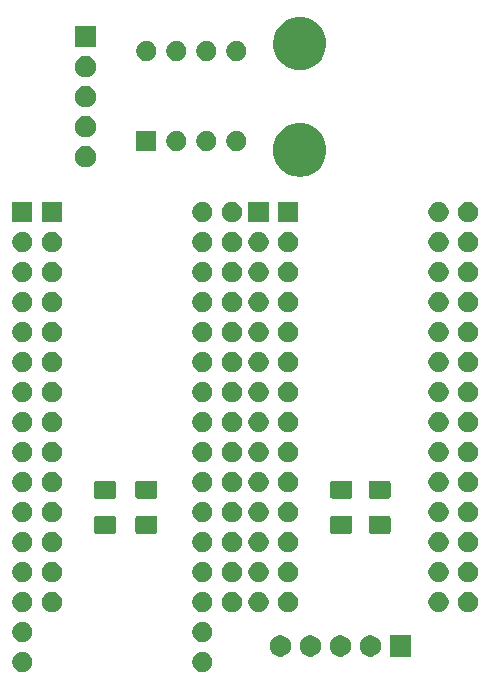
<source format=gts>
G04 #@! TF.GenerationSoftware,KiCad,Pcbnew,(5.1.6)-1*
G04 #@! TF.CreationDate,2020-09-26T15:55:14+03:00*
G04 #@! TF.ProjectId,CPC6128_MultiROM_1_2,43504336-3132-4385-9f4d-756c7469524f,rev?*
G04 #@! TF.SameCoordinates,Original*
G04 #@! TF.FileFunction,Soldermask,Top*
G04 #@! TF.FilePolarity,Negative*
%FSLAX46Y46*%
G04 Gerber Fmt 4.6, Leading zero omitted, Abs format (unit mm)*
G04 Created by KiCad (PCBNEW (5.1.6)-1) date 2020-09-26 15:55:14*
%MOMM*%
%LPD*%
G01*
G04 APERTURE LIST*
%ADD10C,0.100000*%
G04 APERTURE END LIST*
D10*
G36*
X138988228Y-106281703D02*
G01*
X139143100Y-106345853D01*
X139282481Y-106438985D01*
X139401015Y-106557519D01*
X139494147Y-106696900D01*
X139558297Y-106851772D01*
X139591000Y-107016184D01*
X139591000Y-107183816D01*
X139558297Y-107348228D01*
X139494147Y-107503100D01*
X139401015Y-107642481D01*
X139282481Y-107761015D01*
X139143100Y-107854147D01*
X138988228Y-107918297D01*
X138823816Y-107951000D01*
X138656184Y-107951000D01*
X138491772Y-107918297D01*
X138336900Y-107854147D01*
X138197519Y-107761015D01*
X138078985Y-107642481D01*
X137985853Y-107503100D01*
X137921703Y-107348228D01*
X137889000Y-107183816D01*
X137889000Y-107016184D01*
X137921703Y-106851772D01*
X137985853Y-106696900D01*
X138078985Y-106557519D01*
X138197519Y-106438985D01*
X138336900Y-106345853D01*
X138491772Y-106281703D01*
X138656184Y-106249000D01*
X138823816Y-106249000D01*
X138988228Y-106281703D01*
G37*
G36*
X123748228Y-106281703D02*
G01*
X123903100Y-106345853D01*
X124042481Y-106438985D01*
X124161015Y-106557519D01*
X124254147Y-106696900D01*
X124318297Y-106851772D01*
X124351000Y-107016184D01*
X124351000Y-107183816D01*
X124318297Y-107348228D01*
X124254147Y-107503100D01*
X124161015Y-107642481D01*
X124042481Y-107761015D01*
X123903100Y-107854147D01*
X123748228Y-107918297D01*
X123583816Y-107951000D01*
X123416184Y-107951000D01*
X123251772Y-107918297D01*
X123096900Y-107854147D01*
X122957519Y-107761015D01*
X122838985Y-107642481D01*
X122745853Y-107503100D01*
X122681703Y-107348228D01*
X122649000Y-107183816D01*
X122649000Y-107016184D01*
X122681703Y-106851772D01*
X122745853Y-106696900D01*
X122838985Y-106557519D01*
X122957519Y-106438985D01*
X123096900Y-106345853D01*
X123251772Y-106281703D01*
X123416184Y-106249000D01*
X123583816Y-106249000D01*
X123748228Y-106281703D01*
G37*
G36*
X153073512Y-104853927D02*
G01*
X153222812Y-104883624D01*
X153386784Y-104951544D01*
X153534354Y-105050147D01*
X153659853Y-105175646D01*
X153758456Y-105323216D01*
X153826376Y-105487188D01*
X153861000Y-105661259D01*
X153861000Y-105838741D01*
X153826376Y-106012812D01*
X153758456Y-106176784D01*
X153659853Y-106324354D01*
X153534354Y-106449853D01*
X153386784Y-106548456D01*
X153222812Y-106616376D01*
X153073512Y-106646073D01*
X153048742Y-106651000D01*
X152871258Y-106651000D01*
X152846488Y-106646073D01*
X152697188Y-106616376D01*
X152533216Y-106548456D01*
X152385646Y-106449853D01*
X152260147Y-106324354D01*
X152161544Y-106176784D01*
X152093624Y-106012812D01*
X152059000Y-105838741D01*
X152059000Y-105661259D01*
X152093624Y-105487188D01*
X152161544Y-105323216D01*
X152260147Y-105175646D01*
X152385646Y-105050147D01*
X152533216Y-104951544D01*
X152697188Y-104883624D01*
X152846488Y-104853927D01*
X152871258Y-104849000D01*
X153048742Y-104849000D01*
X153073512Y-104853927D01*
G37*
G36*
X150533512Y-104853927D02*
G01*
X150682812Y-104883624D01*
X150846784Y-104951544D01*
X150994354Y-105050147D01*
X151119853Y-105175646D01*
X151218456Y-105323216D01*
X151286376Y-105487188D01*
X151321000Y-105661259D01*
X151321000Y-105838741D01*
X151286376Y-106012812D01*
X151218456Y-106176784D01*
X151119853Y-106324354D01*
X150994354Y-106449853D01*
X150846784Y-106548456D01*
X150682812Y-106616376D01*
X150533512Y-106646073D01*
X150508742Y-106651000D01*
X150331258Y-106651000D01*
X150306488Y-106646073D01*
X150157188Y-106616376D01*
X149993216Y-106548456D01*
X149845646Y-106449853D01*
X149720147Y-106324354D01*
X149621544Y-106176784D01*
X149553624Y-106012812D01*
X149519000Y-105838741D01*
X149519000Y-105661259D01*
X149553624Y-105487188D01*
X149621544Y-105323216D01*
X149720147Y-105175646D01*
X149845646Y-105050147D01*
X149993216Y-104951544D01*
X150157188Y-104883624D01*
X150306488Y-104853927D01*
X150331258Y-104849000D01*
X150508742Y-104849000D01*
X150533512Y-104853927D01*
G37*
G36*
X156401000Y-106651000D02*
G01*
X154599000Y-106651000D01*
X154599000Y-104849000D01*
X156401000Y-104849000D01*
X156401000Y-106651000D01*
G37*
G36*
X145453512Y-104853927D02*
G01*
X145602812Y-104883624D01*
X145766784Y-104951544D01*
X145914354Y-105050147D01*
X146039853Y-105175646D01*
X146138456Y-105323216D01*
X146206376Y-105487188D01*
X146241000Y-105661259D01*
X146241000Y-105838741D01*
X146206376Y-106012812D01*
X146138456Y-106176784D01*
X146039853Y-106324354D01*
X145914354Y-106449853D01*
X145766784Y-106548456D01*
X145602812Y-106616376D01*
X145453512Y-106646073D01*
X145428742Y-106651000D01*
X145251258Y-106651000D01*
X145226488Y-106646073D01*
X145077188Y-106616376D01*
X144913216Y-106548456D01*
X144765646Y-106449853D01*
X144640147Y-106324354D01*
X144541544Y-106176784D01*
X144473624Y-106012812D01*
X144439000Y-105838741D01*
X144439000Y-105661259D01*
X144473624Y-105487188D01*
X144541544Y-105323216D01*
X144640147Y-105175646D01*
X144765646Y-105050147D01*
X144913216Y-104951544D01*
X145077188Y-104883624D01*
X145226488Y-104853927D01*
X145251258Y-104849000D01*
X145428742Y-104849000D01*
X145453512Y-104853927D01*
G37*
G36*
X147993512Y-104853927D02*
G01*
X148142812Y-104883624D01*
X148306784Y-104951544D01*
X148454354Y-105050147D01*
X148579853Y-105175646D01*
X148678456Y-105323216D01*
X148746376Y-105487188D01*
X148781000Y-105661259D01*
X148781000Y-105838741D01*
X148746376Y-106012812D01*
X148678456Y-106176784D01*
X148579853Y-106324354D01*
X148454354Y-106449853D01*
X148306784Y-106548456D01*
X148142812Y-106616376D01*
X147993512Y-106646073D01*
X147968742Y-106651000D01*
X147791258Y-106651000D01*
X147766488Y-106646073D01*
X147617188Y-106616376D01*
X147453216Y-106548456D01*
X147305646Y-106449853D01*
X147180147Y-106324354D01*
X147081544Y-106176784D01*
X147013624Y-106012812D01*
X146979000Y-105838741D01*
X146979000Y-105661259D01*
X147013624Y-105487188D01*
X147081544Y-105323216D01*
X147180147Y-105175646D01*
X147305646Y-105050147D01*
X147453216Y-104951544D01*
X147617188Y-104883624D01*
X147766488Y-104853927D01*
X147791258Y-104849000D01*
X147968742Y-104849000D01*
X147993512Y-104853927D01*
G37*
G36*
X138988228Y-103741703D02*
G01*
X139143100Y-103805853D01*
X139282481Y-103898985D01*
X139401015Y-104017519D01*
X139494147Y-104156900D01*
X139558297Y-104311772D01*
X139591000Y-104476184D01*
X139591000Y-104643816D01*
X139558297Y-104808228D01*
X139494147Y-104963100D01*
X139401015Y-105102481D01*
X139282481Y-105221015D01*
X139143100Y-105314147D01*
X138988228Y-105378297D01*
X138823816Y-105411000D01*
X138656184Y-105411000D01*
X138491772Y-105378297D01*
X138336900Y-105314147D01*
X138197519Y-105221015D01*
X138078985Y-105102481D01*
X137985853Y-104963100D01*
X137921703Y-104808228D01*
X137889000Y-104643816D01*
X137889000Y-104476184D01*
X137921703Y-104311772D01*
X137985853Y-104156900D01*
X138078985Y-104017519D01*
X138197519Y-103898985D01*
X138336900Y-103805853D01*
X138491772Y-103741703D01*
X138656184Y-103709000D01*
X138823816Y-103709000D01*
X138988228Y-103741703D01*
G37*
G36*
X123748228Y-103741703D02*
G01*
X123903100Y-103805853D01*
X124042481Y-103898985D01*
X124161015Y-104017519D01*
X124254147Y-104156900D01*
X124318297Y-104311772D01*
X124351000Y-104476184D01*
X124351000Y-104643816D01*
X124318297Y-104808228D01*
X124254147Y-104963100D01*
X124161015Y-105102481D01*
X124042481Y-105221015D01*
X123903100Y-105314147D01*
X123748228Y-105378297D01*
X123583816Y-105411000D01*
X123416184Y-105411000D01*
X123251772Y-105378297D01*
X123096900Y-105314147D01*
X122957519Y-105221015D01*
X122838985Y-105102481D01*
X122745853Y-104963100D01*
X122681703Y-104808228D01*
X122649000Y-104643816D01*
X122649000Y-104476184D01*
X122681703Y-104311772D01*
X122745853Y-104156900D01*
X122838985Y-104017519D01*
X122957519Y-103898985D01*
X123096900Y-103805853D01*
X123251772Y-103741703D01*
X123416184Y-103709000D01*
X123583816Y-103709000D01*
X123748228Y-103741703D01*
G37*
G36*
X141488228Y-101201703D02*
G01*
X141643100Y-101265853D01*
X141782481Y-101358985D01*
X141901015Y-101477519D01*
X141994147Y-101616900D01*
X142058297Y-101771772D01*
X142091000Y-101936184D01*
X142091000Y-102103816D01*
X142058297Y-102268228D01*
X141994147Y-102423100D01*
X141901015Y-102562481D01*
X141782481Y-102681015D01*
X141643100Y-102774147D01*
X141488228Y-102838297D01*
X141323816Y-102871000D01*
X141156184Y-102871000D01*
X140991772Y-102838297D01*
X140836900Y-102774147D01*
X140697519Y-102681015D01*
X140578985Y-102562481D01*
X140485853Y-102423100D01*
X140421703Y-102268228D01*
X140389000Y-102103816D01*
X140389000Y-101936184D01*
X140421703Y-101771772D01*
X140485853Y-101616900D01*
X140578985Y-101477519D01*
X140697519Y-101358985D01*
X140836900Y-101265853D01*
X140991772Y-101201703D01*
X141156184Y-101169000D01*
X141323816Y-101169000D01*
X141488228Y-101201703D01*
G37*
G36*
X146248228Y-101201703D02*
G01*
X146403100Y-101265853D01*
X146542481Y-101358985D01*
X146661015Y-101477519D01*
X146754147Y-101616900D01*
X146818297Y-101771772D01*
X146851000Y-101936184D01*
X146851000Y-102103816D01*
X146818297Y-102268228D01*
X146754147Y-102423100D01*
X146661015Y-102562481D01*
X146542481Y-102681015D01*
X146403100Y-102774147D01*
X146248228Y-102838297D01*
X146083816Y-102871000D01*
X145916184Y-102871000D01*
X145751772Y-102838297D01*
X145596900Y-102774147D01*
X145457519Y-102681015D01*
X145338985Y-102562481D01*
X145245853Y-102423100D01*
X145181703Y-102268228D01*
X145149000Y-102103816D01*
X145149000Y-101936184D01*
X145181703Y-101771772D01*
X145245853Y-101616900D01*
X145338985Y-101477519D01*
X145457519Y-101358985D01*
X145596900Y-101265853D01*
X145751772Y-101201703D01*
X145916184Y-101169000D01*
X146083816Y-101169000D01*
X146248228Y-101201703D01*
G37*
G36*
X161488228Y-101201703D02*
G01*
X161643100Y-101265853D01*
X161782481Y-101358985D01*
X161901015Y-101477519D01*
X161994147Y-101616900D01*
X162058297Y-101771772D01*
X162091000Y-101936184D01*
X162091000Y-102103816D01*
X162058297Y-102268228D01*
X161994147Y-102423100D01*
X161901015Y-102562481D01*
X161782481Y-102681015D01*
X161643100Y-102774147D01*
X161488228Y-102838297D01*
X161323816Y-102871000D01*
X161156184Y-102871000D01*
X160991772Y-102838297D01*
X160836900Y-102774147D01*
X160697519Y-102681015D01*
X160578985Y-102562481D01*
X160485853Y-102423100D01*
X160421703Y-102268228D01*
X160389000Y-102103816D01*
X160389000Y-101936184D01*
X160421703Y-101771772D01*
X160485853Y-101616900D01*
X160578985Y-101477519D01*
X160697519Y-101358985D01*
X160836900Y-101265853D01*
X160991772Y-101201703D01*
X161156184Y-101169000D01*
X161323816Y-101169000D01*
X161488228Y-101201703D01*
G37*
G36*
X143748228Y-101201703D02*
G01*
X143903100Y-101265853D01*
X144042481Y-101358985D01*
X144161015Y-101477519D01*
X144254147Y-101616900D01*
X144318297Y-101771772D01*
X144351000Y-101936184D01*
X144351000Y-102103816D01*
X144318297Y-102268228D01*
X144254147Y-102423100D01*
X144161015Y-102562481D01*
X144042481Y-102681015D01*
X143903100Y-102774147D01*
X143748228Y-102838297D01*
X143583816Y-102871000D01*
X143416184Y-102871000D01*
X143251772Y-102838297D01*
X143096900Y-102774147D01*
X142957519Y-102681015D01*
X142838985Y-102562481D01*
X142745853Y-102423100D01*
X142681703Y-102268228D01*
X142649000Y-102103816D01*
X142649000Y-101936184D01*
X142681703Y-101771772D01*
X142745853Y-101616900D01*
X142838985Y-101477519D01*
X142957519Y-101358985D01*
X143096900Y-101265853D01*
X143251772Y-101201703D01*
X143416184Y-101169000D01*
X143583816Y-101169000D01*
X143748228Y-101201703D01*
G37*
G36*
X123748228Y-101201703D02*
G01*
X123903100Y-101265853D01*
X124042481Y-101358985D01*
X124161015Y-101477519D01*
X124254147Y-101616900D01*
X124318297Y-101771772D01*
X124351000Y-101936184D01*
X124351000Y-102103816D01*
X124318297Y-102268228D01*
X124254147Y-102423100D01*
X124161015Y-102562481D01*
X124042481Y-102681015D01*
X123903100Y-102774147D01*
X123748228Y-102838297D01*
X123583816Y-102871000D01*
X123416184Y-102871000D01*
X123251772Y-102838297D01*
X123096900Y-102774147D01*
X122957519Y-102681015D01*
X122838985Y-102562481D01*
X122745853Y-102423100D01*
X122681703Y-102268228D01*
X122649000Y-102103816D01*
X122649000Y-101936184D01*
X122681703Y-101771772D01*
X122745853Y-101616900D01*
X122838985Y-101477519D01*
X122957519Y-101358985D01*
X123096900Y-101265853D01*
X123251772Y-101201703D01*
X123416184Y-101169000D01*
X123583816Y-101169000D01*
X123748228Y-101201703D01*
G37*
G36*
X138988228Y-101201703D02*
G01*
X139143100Y-101265853D01*
X139282481Y-101358985D01*
X139401015Y-101477519D01*
X139494147Y-101616900D01*
X139558297Y-101771772D01*
X139591000Y-101936184D01*
X139591000Y-102103816D01*
X139558297Y-102268228D01*
X139494147Y-102423100D01*
X139401015Y-102562481D01*
X139282481Y-102681015D01*
X139143100Y-102774147D01*
X138988228Y-102838297D01*
X138823816Y-102871000D01*
X138656184Y-102871000D01*
X138491772Y-102838297D01*
X138336900Y-102774147D01*
X138197519Y-102681015D01*
X138078985Y-102562481D01*
X137985853Y-102423100D01*
X137921703Y-102268228D01*
X137889000Y-102103816D01*
X137889000Y-101936184D01*
X137921703Y-101771772D01*
X137985853Y-101616900D01*
X138078985Y-101477519D01*
X138197519Y-101358985D01*
X138336900Y-101265853D01*
X138491772Y-101201703D01*
X138656184Y-101169000D01*
X138823816Y-101169000D01*
X138988228Y-101201703D01*
G37*
G36*
X126248228Y-101201703D02*
G01*
X126403100Y-101265853D01*
X126542481Y-101358985D01*
X126661015Y-101477519D01*
X126754147Y-101616900D01*
X126818297Y-101771772D01*
X126851000Y-101936184D01*
X126851000Y-102103816D01*
X126818297Y-102268228D01*
X126754147Y-102423100D01*
X126661015Y-102562481D01*
X126542481Y-102681015D01*
X126403100Y-102774147D01*
X126248228Y-102838297D01*
X126083816Y-102871000D01*
X125916184Y-102871000D01*
X125751772Y-102838297D01*
X125596900Y-102774147D01*
X125457519Y-102681015D01*
X125338985Y-102562481D01*
X125245853Y-102423100D01*
X125181703Y-102268228D01*
X125149000Y-102103816D01*
X125149000Y-101936184D01*
X125181703Y-101771772D01*
X125245853Y-101616900D01*
X125338985Y-101477519D01*
X125457519Y-101358985D01*
X125596900Y-101265853D01*
X125751772Y-101201703D01*
X125916184Y-101169000D01*
X126083816Y-101169000D01*
X126248228Y-101201703D01*
G37*
G36*
X158988228Y-101201703D02*
G01*
X159143100Y-101265853D01*
X159282481Y-101358985D01*
X159401015Y-101477519D01*
X159494147Y-101616900D01*
X159558297Y-101771772D01*
X159591000Y-101936184D01*
X159591000Y-102103816D01*
X159558297Y-102268228D01*
X159494147Y-102423100D01*
X159401015Y-102562481D01*
X159282481Y-102681015D01*
X159143100Y-102774147D01*
X158988228Y-102838297D01*
X158823816Y-102871000D01*
X158656184Y-102871000D01*
X158491772Y-102838297D01*
X158336900Y-102774147D01*
X158197519Y-102681015D01*
X158078985Y-102562481D01*
X157985853Y-102423100D01*
X157921703Y-102268228D01*
X157889000Y-102103816D01*
X157889000Y-101936184D01*
X157921703Y-101771772D01*
X157985853Y-101616900D01*
X158078985Y-101477519D01*
X158197519Y-101358985D01*
X158336900Y-101265853D01*
X158491772Y-101201703D01*
X158656184Y-101169000D01*
X158823816Y-101169000D01*
X158988228Y-101201703D01*
G37*
G36*
X123748228Y-98661703D02*
G01*
X123903100Y-98725853D01*
X124042481Y-98818985D01*
X124161015Y-98937519D01*
X124254147Y-99076900D01*
X124318297Y-99231772D01*
X124351000Y-99396184D01*
X124351000Y-99563816D01*
X124318297Y-99728228D01*
X124254147Y-99883100D01*
X124161015Y-100022481D01*
X124042481Y-100141015D01*
X123903100Y-100234147D01*
X123748228Y-100298297D01*
X123583816Y-100331000D01*
X123416184Y-100331000D01*
X123251772Y-100298297D01*
X123096900Y-100234147D01*
X122957519Y-100141015D01*
X122838985Y-100022481D01*
X122745853Y-99883100D01*
X122681703Y-99728228D01*
X122649000Y-99563816D01*
X122649000Y-99396184D01*
X122681703Y-99231772D01*
X122745853Y-99076900D01*
X122838985Y-98937519D01*
X122957519Y-98818985D01*
X123096900Y-98725853D01*
X123251772Y-98661703D01*
X123416184Y-98629000D01*
X123583816Y-98629000D01*
X123748228Y-98661703D01*
G37*
G36*
X141488228Y-98661703D02*
G01*
X141643100Y-98725853D01*
X141782481Y-98818985D01*
X141901015Y-98937519D01*
X141994147Y-99076900D01*
X142058297Y-99231772D01*
X142091000Y-99396184D01*
X142091000Y-99563816D01*
X142058297Y-99728228D01*
X141994147Y-99883100D01*
X141901015Y-100022481D01*
X141782481Y-100141015D01*
X141643100Y-100234147D01*
X141488228Y-100298297D01*
X141323816Y-100331000D01*
X141156184Y-100331000D01*
X140991772Y-100298297D01*
X140836900Y-100234147D01*
X140697519Y-100141015D01*
X140578985Y-100022481D01*
X140485853Y-99883100D01*
X140421703Y-99728228D01*
X140389000Y-99563816D01*
X140389000Y-99396184D01*
X140421703Y-99231772D01*
X140485853Y-99076900D01*
X140578985Y-98937519D01*
X140697519Y-98818985D01*
X140836900Y-98725853D01*
X140991772Y-98661703D01*
X141156184Y-98629000D01*
X141323816Y-98629000D01*
X141488228Y-98661703D01*
G37*
G36*
X158988228Y-98661703D02*
G01*
X159143100Y-98725853D01*
X159282481Y-98818985D01*
X159401015Y-98937519D01*
X159494147Y-99076900D01*
X159558297Y-99231772D01*
X159591000Y-99396184D01*
X159591000Y-99563816D01*
X159558297Y-99728228D01*
X159494147Y-99883100D01*
X159401015Y-100022481D01*
X159282481Y-100141015D01*
X159143100Y-100234147D01*
X158988228Y-100298297D01*
X158823816Y-100331000D01*
X158656184Y-100331000D01*
X158491772Y-100298297D01*
X158336900Y-100234147D01*
X158197519Y-100141015D01*
X158078985Y-100022481D01*
X157985853Y-99883100D01*
X157921703Y-99728228D01*
X157889000Y-99563816D01*
X157889000Y-99396184D01*
X157921703Y-99231772D01*
X157985853Y-99076900D01*
X158078985Y-98937519D01*
X158197519Y-98818985D01*
X158336900Y-98725853D01*
X158491772Y-98661703D01*
X158656184Y-98629000D01*
X158823816Y-98629000D01*
X158988228Y-98661703D01*
G37*
G36*
X126248228Y-98661703D02*
G01*
X126403100Y-98725853D01*
X126542481Y-98818985D01*
X126661015Y-98937519D01*
X126754147Y-99076900D01*
X126818297Y-99231772D01*
X126851000Y-99396184D01*
X126851000Y-99563816D01*
X126818297Y-99728228D01*
X126754147Y-99883100D01*
X126661015Y-100022481D01*
X126542481Y-100141015D01*
X126403100Y-100234147D01*
X126248228Y-100298297D01*
X126083816Y-100331000D01*
X125916184Y-100331000D01*
X125751772Y-100298297D01*
X125596900Y-100234147D01*
X125457519Y-100141015D01*
X125338985Y-100022481D01*
X125245853Y-99883100D01*
X125181703Y-99728228D01*
X125149000Y-99563816D01*
X125149000Y-99396184D01*
X125181703Y-99231772D01*
X125245853Y-99076900D01*
X125338985Y-98937519D01*
X125457519Y-98818985D01*
X125596900Y-98725853D01*
X125751772Y-98661703D01*
X125916184Y-98629000D01*
X126083816Y-98629000D01*
X126248228Y-98661703D01*
G37*
G36*
X143748228Y-98661703D02*
G01*
X143903100Y-98725853D01*
X144042481Y-98818985D01*
X144161015Y-98937519D01*
X144254147Y-99076900D01*
X144318297Y-99231772D01*
X144351000Y-99396184D01*
X144351000Y-99563816D01*
X144318297Y-99728228D01*
X144254147Y-99883100D01*
X144161015Y-100022481D01*
X144042481Y-100141015D01*
X143903100Y-100234147D01*
X143748228Y-100298297D01*
X143583816Y-100331000D01*
X143416184Y-100331000D01*
X143251772Y-100298297D01*
X143096900Y-100234147D01*
X142957519Y-100141015D01*
X142838985Y-100022481D01*
X142745853Y-99883100D01*
X142681703Y-99728228D01*
X142649000Y-99563816D01*
X142649000Y-99396184D01*
X142681703Y-99231772D01*
X142745853Y-99076900D01*
X142838985Y-98937519D01*
X142957519Y-98818985D01*
X143096900Y-98725853D01*
X143251772Y-98661703D01*
X143416184Y-98629000D01*
X143583816Y-98629000D01*
X143748228Y-98661703D01*
G37*
G36*
X161488228Y-98661703D02*
G01*
X161643100Y-98725853D01*
X161782481Y-98818985D01*
X161901015Y-98937519D01*
X161994147Y-99076900D01*
X162058297Y-99231772D01*
X162091000Y-99396184D01*
X162091000Y-99563816D01*
X162058297Y-99728228D01*
X161994147Y-99883100D01*
X161901015Y-100022481D01*
X161782481Y-100141015D01*
X161643100Y-100234147D01*
X161488228Y-100298297D01*
X161323816Y-100331000D01*
X161156184Y-100331000D01*
X160991772Y-100298297D01*
X160836900Y-100234147D01*
X160697519Y-100141015D01*
X160578985Y-100022481D01*
X160485853Y-99883100D01*
X160421703Y-99728228D01*
X160389000Y-99563816D01*
X160389000Y-99396184D01*
X160421703Y-99231772D01*
X160485853Y-99076900D01*
X160578985Y-98937519D01*
X160697519Y-98818985D01*
X160836900Y-98725853D01*
X160991772Y-98661703D01*
X161156184Y-98629000D01*
X161323816Y-98629000D01*
X161488228Y-98661703D01*
G37*
G36*
X146248228Y-98661703D02*
G01*
X146403100Y-98725853D01*
X146542481Y-98818985D01*
X146661015Y-98937519D01*
X146754147Y-99076900D01*
X146818297Y-99231772D01*
X146851000Y-99396184D01*
X146851000Y-99563816D01*
X146818297Y-99728228D01*
X146754147Y-99883100D01*
X146661015Y-100022481D01*
X146542481Y-100141015D01*
X146403100Y-100234147D01*
X146248228Y-100298297D01*
X146083816Y-100331000D01*
X145916184Y-100331000D01*
X145751772Y-100298297D01*
X145596900Y-100234147D01*
X145457519Y-100141015D01*
X145338985Y-100022481D01*
X145245853Y-99883100D01*
X145181703Y-99728228D01*
X145149000Y-99563816D01*
X145149000Y-99396184D01*
X145181703Y-99231772D01*
X145245853Y-99076900D01*
X145338985Y-98937519D01*
X145457519Y-98818985D01*
X145596900Y-98725853D01*
X145751772Y-98661703D01*
X145916184Y-98629000D01*
X146083816Y-98629000D01*
X146248228Y-98661703D01*
G37*
G36*
X138988228Y-98661703D02*
G01*
X139143100Y-98725853D01*
X139282481Y-98818985D01*
X139401015Y-98937519D01*
X139494147Y-99076900D01*
X139558297Y-99231772D01*
X139591000Y-99396184D01*
X139591000Y-99563816D01*
X139558297Y-99728228D01*
X139494147Y-99883100D01*
X139401015Y-100022481D01*
X139282481Y-100141015D01*
X139143100Y-100234147D01*
X138988228Y-100298297D01*
X138823816Y-100331000D01*
X138656184Y-100331000D01*
X138491772Y-100298297D01*
X138336900Y-100234147D01*
X138197519Y-100141015D01*
X138078985Y-100022481D01*
X137985853Y-99883100D01*
X137921703Y-99728228D01*
X137889000Y-99563816D01*
X137889000Y-99396184D01*
X137921703Y-99231772D01*
X137985853Y-99076900D01*
X138078985Y-98937519D01*
X138197519Y-98818985D01*
X138336900Y-98725853D01*
X138491772Y-98661703D01*
X138656184Y-98629000D01*
X138823816Y-98629000D01*
X138988228Y-98661703D01*
G37*
G36*
X123748228Y-96121703D02*
G01*
X123903100Y-96185853D01*
X124042481Y-96278985D01*
X124161015Y-96397519D01*
X124254147Y-96536900D01*
X124318297Y-96691772D01*
X124351000Y-96856184D01*
X124351000Y-97023816D01*
X124318297Y-97188228D01*
X124254147Y-97343100D01*
X124161015Y-97482481D01*
X124042481Y-97601015D01*
X123903100Y-97694147D01*
X123748228Y-97758297D01*
X123583816Y-97791000D01*
X123416184Y-97791000D01*
X123251772Y-97758297D01*
X123096900Y-97694147D01*
X122957519Y-97601015D01*
X122838985Y-97482481D01*
X122745853Y-97343100D01*
X122681703Y-97188228D01*
X122649000Y-97023816D01*
X122649000Y-96856184D01*
X122681703Y-96691772D01*
X122745853Y-96536900D01*
X122838985Y-96397519D01*
X122957519Y-96278985D01*
X123096900Y-96185853D01*
X123251772Y-96121703D01*
X123416184Y-96089000D01*
X123583816Y-96089000D01*
X123748228Y-96121703D01*
G37*
G36*
X138988228Y-96121703D02*
G01*
X139143100Y-96185853D01*
X139282481Y-96278985D01*
X139401015Y-96397519D01*
X139494147Y-96536900D01*
X139558297Y-96691772D01*
X139591000Y-96856184D01*
X139591000Y-97023816D01*
X139558297Y-97188228D01*
X139494147Y-97343100D01*
X139401015Y-97482481D01*
X139282481Y-97601015D01*
X139143100Y-97694147D01*
X138988228Y-97758297D01*
X138823816Y-97791000D01*
X138656184Y-97791000D01*
X138491772Y-97758297D01*
X138336900Y-97694147D01*
X138197519Y-97601015D01*
X138078985Y-97482481D01*
X137985853Y-97343100D01*
X137921703Y-97188228D01*
X137889000Y-97023816D01*
X137889000Y-96856184D01*
X137921703Y-96691772D01*
X137985853Y-96536900D01*
X138078985Y-96397519D01*
X138197519Y-96278985D01*
X138336900Y-96185853D01*
X138491772Y-96121703D01*
X138656184Y-96089000D01*
X138823816Y-96089000D01*
X138988228Y-96121703D01*
G37*
G36*
X126248228Y-96121703D02*
G01*
X126403100Y-96185853D01*
X126542481Y-96278985D01*
X126661015Y-96397519D01*
X126754147Y-96536900D01*
X126818297Y-96691772D01*
X126851000Y-96856184D01*
X126851000Y-97023816D01*
X126818297Y-97188228D01*
X126754147Y-97343100D01*
X126661015Y-97482481D01*
X126542481Y-97601015D01*
X126403100Y-97694147D01*
X126248228Y-97758297D01*
X126083816Y-97791000D01*
X125916184Y-97791000D01*
X125751772Y-97758297D01*
X125596900Y-97694147D01*
X125457519Y-97601015D01*
X125338985Y-97482481D01*
X125245853Y-97343100D01*
X125181703Y-97188228D01*
X125149000Y-97023816D01*
X125149000Y-96856184D01*
X125181703Y-96691772D01*
X125245853Y-96536900D01*
X125338985Y-96397519D01*
X125457519Y-96278985D01*
X125596900Y-96185853D01*
X125751772Y-96121703D01*
X125916184Y-96089000D01*
X126083816Y-96089000D01*
X126248228Y-96121703D01*
G37*
G36*
X141488228Y-96121703D02*
G01*
X141643100Y-96185853D01*
X141782481Y-96278985D01*
X141901015Y-96397519D01*
X141994147Y-96536900D01*
X142058297Y-96691772D01*
X142091000Y-96856184D01*
X142091000Y-97023816D01*
X142058297Y-97188228D01*
X141994147Y-97343100D01*
X141901015Y-97482481D01*
X141782481Y-97601015D01*
X141643100Y-97694147D01*
X141488228Y-97758297D01*
X141323816Y-97791000D01*
X141156184Y-97791000D01*
X140991772Y-97758297D01*
X140836900Y-97694147D01*
X140697519Y-97601015D01*
X140578985Y-97482481D01*
X140485853Y-97343100D01*
X140421703Y-97188228D01*
X140389000Y-97023816D01*
X140389000Y-96856184D01*
X140421703Y-96691772D01*
X140485853Y-96536900D01*
X140578985Y-96397519D01*
X140697519Y-96278985D01*
X140836900Y-96185853D01*
X140991772Y-96121703D01*
X141156184Y-96089000D01*
X141323816Y-96089000D01*
X141488228Y-96121703D01*
G37*
G36*
X143748228Y-96121703D02*
G01*
X143903100Y-96185853D01*
X144042481Y-96278985D01*
X144161015Y-96397519D01*
X144254147Y-96536900D01*
X144318297Y-96691772D01*
X144351000Y-96856184D01*
X144351000Y-97023816D01*
X144318297Y-97188228D01*
X144254147Y-97343100D01*
X144161015Y-97482481D01*
X144042481Y-97601015D01*
X143903100Y-97694147D01*
X143748228Y-97758297D01*
X143583816Y-97791000D01*
X143416184Y-97791000D01*
X143251772Y-97758297D01*
X143096900Y-97694147D01*
X142957519Y-97601015D01*
X142838985Y-97482481D01*
X142745853Y-97343100D01*
X142681703Y-97188228D01*
X142649000Y-97023816D01*
X142649000Y-96856184D01*
X142681703Y-96691772D01*
X142745853Y-96536900D01*
X142838985Y-96397519D01*
X142957519Y-96278985D01*
X143096900Y-96185853D01*
X143251772Y-96121703D01*
X143416184Y-96089000D01*
X143583816Y-96089000D01*
X143748228Y-96121703D01*
G37*
G36*
X158988228Y-96121703D02*
G01*
X159143100Y-96185853D01*
X159282481Y-96278985D01*
X159401015Y-96397519D01*
X159494147Y-96536900D01*
X159558297Y-96691772D01*
X159591000Y-96856184D01*
X159591000Y-97023816D01*
X159558297Y-97188228D01*
X159494147Y-97343100D01*
X159401015Y-97482481D01*
X159282481Y-97601015D01*
X159143100Y-97694147D01*
X158988228Y-97758297D01*
X158823816Y-97791000D01*
X158656184Y-97791000D01*
X158491772Y-97758297D01*
X158336900Y-97694147D01*
X158197519Y-97601015D01*
X158078985Y-97482481D01*
X157985853Y-97343100D01*
X157921703Y-97188228D01*
X157889000Y-97023816D01*
X157889000Y-96856184D01*
X157921703Y-96691772D01*
X157985853Y-96536900D01*
X158078985Y-96397519D01*
X158197519Y-96278985D01*
X158336900Y-96185853D01*
X158491772Y-96121703D01*
X158656184Y-96089000D01*
X158823816Y-96089000D01*
X158988228Y-96121703D01*
G37*
G36*
X146248228Y-96121703D02*
G01*
X146403100Y-96185853D01*
X146542481Y-96278985D01*
X146661015Y-96397519D01*
X146754147Y-96536900D01*
X146818297Y-96691772D01*
X146851000Y-96856184D01*
X146851000Y-97023816D01*
X146818297Y-97188228D01*
X146754147Y-97343100D01*
X146661015Y-97482481D01*
X146542481Y-97601015D01*
X146403100Y-97694147D01*
X146248228Y-97758297D01*
X146083816Y-97791000D01*
X145916184Y-97791000D01*
X145751772Y-97758297D01*
X145596900Y-97694147D01*
X145457519Y-97601015D01*
X145338985Y-97482481D01*
X145245853Y-97343100D01*
X145181703Y-97188228D01*
X145149000Y-97023816D01*
X145149000Y-96856184D01*
X145181703Y-96691772D01*
X145245853Y-96536900D01*
X145338985Y-96397519D01*
X145457519Y-96278985D01*
X145596900Y-96185853D01*
X145751772Y-96121703D01*
X145916184Y-96089000D01*
X146083816Y-96089000D01*
X146248228Y-96121703D01*
G37*
G36*
X161488228Y-96121703D02*
G01*
X161643100Y-96185853D01*
X161782481Y-96278985D01*
X161901015Y-96397519D01*
X161994147Y-96536900D01*
X162058297Y-96691772D01*
X162091000Y-96856184D01*
X162091000Y-97023816D01*
X162058297Y-97188228D01*
X161994147Y-97343100D01*
X161901015Y-97482481D01*
X161782481Y-97601015D01*
X161643100Y-97694147D01*
X161488228Y-97758297D01*
X161323816Y-97791000D01*
X161156184Y-97791000D01*
X160991772Y-97758297D01*
X160836900Y-97694147D01*
X160697519Y-97601015D01*
X160578985Y-97482481D01*
X160485853Y-97343100D01*
X160421703Y-97188228D01*
X160389000Y-97023816D01*
X160389000Y-96856184D01*
X160421703Y-96691772D01*
X160485853Y-96536900D01*
X160578985Y-96397519D01*
X160697519Y-96278985D01*
X160836900Y-96185853D01*
X160991772Y-96121703D01*
X161156184Y-96089000D01*
X161323816Y-96089000D01*
X161488228Y-96121703D01*
G37*
G36*
X131275562Y-94728181D02*
G01*
X131310481Y-94738774D01*
X131342663Y-94755976D01*
X131370873Y-94779127D01*
X131394024Y-94807337D01*
X131411226Y-94839519D01*
X131421819Y-94874438D01*
X131426000Y-94916895D01*
X131426000Y-96058105D01*
X131421819Y-96100562D01*
X131411226Y-96135481D01*
X131394024Y-96167663D01*
X131370873Y-96195873D01*
X131342663Y-96219024D01*
X131310481Y-96236226D01*
X131275562Y-96246819D01*
X131233105Y-96251000D01*
X129766895Y-96251000D01*
X129724438Y-96246819D01*
X129689519Y-96236226D01*
X129657337Y-96219024D01*
X129629127Y-96195873D01*
X129605976Y-96167663D01*
X129588774Y-96135481D01*
X129578181Y-96100562D01*
X129574000Y-96058105D01*
X129574000Y-94916895D01*
X129578181Y-94874438D01*
X129588774Y-94839519D01*
X129605976Y-94807337D01*
X129629127Y-94779127D01*
X129657337Y-94755976D01*
X129689519Y-94738774D01*
X129724438Y-94728181D01*
X129766895Y-94724000D01*
X131233105Y-94724000D01*
X131275562Y-94728181D01*
G37*
G36*
X154525562Y-94728181D02*
G01*
X154560481Y-94738774D01*
X154592663Y-94755976D01*
X154620873Y-94779127D01*
X154644024Y-94807337D01*
X154661226Y-94839519D01*
X154671819Y-94874438D01*
X154676000Y-94916895D01*
X154676000Y-96058105D01*
X154671819Y-96100562D01*
X154661226Y-96135481D01*
X154644024Y-96167663D01*
X154620873Y-96195873D01*
X154592663Y-96219024D01*
X154560481Y-96236226D01*
X154525562Y-96246819D01*
X154483105Y-96251000D01*
X153016895Y-96251000D01*
X152974438Y-96246819D01*
X152939519Y-96236226D01*
X152907337Y-96219024D01*
X152879127Y-96195873D01*
X152855976Y-96167663D01*
X152838774Y-96135481D01*
X152828181Y-96100562D01*
X152824000Y-96058105D01*
X152824000Y-94916895D01*
X152828181Y-94874438D01*
X152838774Y-94839519D01*
X152855976Y-94807337D01*
X152879127Y-94779127D01*
X152907337Y-94755976D01*
X152939519Y-94738774D01*
X152974438Y-94728181D01*
X153016895Y-94724000D01*
X154483105Y-94724000D01*
X154525562Y-94728181D01*
G37*
G36*
X134775562Y-94728181D02*
G01*
X134810481Y-94738774D01*
X134842663Y-94755976D01*
X134870873Y-94779127D01*
X134894024Y-94807337D01*
X134911226Y-94839519D01*
X134921819Y-94874438D01*
X134926000Y-94916895D01*
X134926000Y-96058105D01*
X134921819Y-96100562D01*
X134911226Y-96135481D01*
X134894024Y-96167663D01*
X134870873Y-96195873D01*
X134842663Y-96219024D01*
X134810481Y-96236226D01*
X134775562Y-96246819D01*
X134733105Y-96251000D01*
X133266895Y-96251000D01*
X133224438Y-96246819D01*
X133189519Y-96236226D01*
X133157337Y-96219024D01*
X133129127Y-96195873D01*
X133105976Y-96167663D01*
X133088774Y-96135481D01*
X133078181Y-96100562D01*
X133074000Y-96058105D01*
X133074000Y-94916895D01*
X133078181Y-94874438D01*
X133088774Y-94839519D01*
X133105976Y-94807337D01*
X133129127Y-94779127D01*
X133157337Y-94755976D01*
X133189519Y-94738774D01*
X133224438Y-94728181D01*
X133266895Y-94724000D01*
X134733105Y-94724000D01*
X134775562Y-94728181D01*
G37*
G36*
X151275562Y-94728181D02*
G01*
X151310481Y-94738774D01*
X151342663Y-94755976D01*
X151370873Y-94779127D01*
X151394024Y-94807337D01*
X151411226Y-94839519D01*
X151421819Y-94874438D01*
X151426000Y-94916895D01*
X151426000Y-96058105D01*
X151421819Y-96100562D01*
X151411226Y-96135481D01*
X151394024Y-96167663D01*
X151370873Y-96195873D01*
X151342663Y-96219024D01*
X151310481Y-96236226D01*
X151275562Y-96246819D01*
X151233105Y-96251000D01*
X149766895Y-96251000D01*
X149724438Y-96246819D01*
X149689519Y-96236226D01*
X149657337Y-96219024D01*
X149629127Y-96195873D01*
X149605976Y-96167663D01*
X149588774Y-96135481D01*
X149578181Y-96100562D01*
X149574000Y-96058105D01*
X149574000Y-94916895D01*
X149578181Y-94874438D01*
X149588774Y-94839519D01*
X149605976Y-94807337D01*
X149629127Y-94779127D01*
X149657337Y-94755976D01*
X149689519Y-94738774D01*
X149724438Y-94728181D01*
X149766895Y-94724000D01*
X151233105Y-94724000D01*
X151275562Y-94728181D01*
G37*
G36*
X123748228Y-93581703D02*
G01*
X123903100Y-93645853D01*
X124042481Y-93738985D01*
X124161015Y-93857519D01*
X124254147Y-93996900D01*
X124318297Y-94151772D01*
X124351000Y-94316184D01*
X124351000Y-94483816D01*
X124318297Y-94648228D01*
X124254147Y-94803100D01*
X124161015Y-94942481D01*
X124042481Y-95061015D01*
X123903100Y-95154147D01*
X123748228Y-95218297D01*
X123583816Y-95251000D01*
X123416184Y-95251000D01*
X123251772Y-95218297D01*
X123096900Y-95154147D01*
X122957519Y-95061015D01*
X122838985Y-94942481D01*
X122745853Y-94803100D01*
X122681703Y-94648228D01*
X122649000Y-94483816D01*
X122649000Y-94316184D01*
X122681703Y-94151772D01*
X122745853Y-93996900D01*
X122838985Y-93857519D01*
X122957519Y-93738985D01*
X123096900Y-93645853D01*
X123251772Y-93581703D01*
X123416184Y-93549000D01*
X123583816Y-93549000D01*
X123748228Y-93581703D01*
G37*
G36*
X138988228Y-93581703D02*
G01*
X139143100Y-93645853D01*
X139282481Y-93738985D01*
X139401015Y-93857519D01*
X139494147Y-93996900D01*
X139558297Y-94151772D01*
X139591000Y-94316184D01*
X139591000Y-94483816D01*
X139558297Y-94648228D01*
X139494147Y-94803100D01*
X139401015Y-94942481D01*
X139282481Y-95061015D01*
X139143100Y-95154147D01*
X138988228Y-95218297D01*
X138823816Y-95251000D01*
X138656184Y-95251000D01*
X138491772Y-95218297D01*
X138336900Y-95154147D01*
X138197519Y-95061015D01*
X138078985Y-94942481D01*
X137985853Y-94803100D01*
X137921703Y-94648228D01*
X137889000Y-94483816D01*
X137889000Y-94316184D01*
X137921703Y-94151772D01*
X137985853Y-93996900D01*
X138078985Y-93857519D01*
X138197519Y-93738985D01*
X138336900Y-93645853D01*
X138491772Y-93581703D01*
X138656184Y-93549000D01*
X138823816Y-93549000D01*
X138988228Y-93581703D01*
G37*
G36*
X158988228Y-93581703D02*
G01*
X159143100Y-93645853D01*
X159282481Y-93738985D01*
X159401015Y-93857519D01*
X159494147Y-93996900D01*
X159558297Y-94151772D01*
X159591000Y-94316184D01*
X159591000Y-94483816D01*
X159558297Y-94648228D01*
X159494147Y-94803100D01*
X159401015Y-94942481D01*
X159282481Y-95061015D01*
X159143100Y-95154147D01*
X158988228Y-95218297D01*
X158823816Y-95251000D01*
X158656184Y-95251000D01*
X158491772Y-95218297D01*
X158336900Y-95154147D01*
X158197519Y-95061015D01*
X158078985Y-94942481D01*
X157985853Y-94803100D01*
X157921703Y-94648228D01*
X157889000Y-94483816D01*
X157889000Y-94316184D01*
X157921703Y-94151772D01*
X157985853Y-93996900D01*
X158078985Y-93857519D01*
X158197519Y-93738985D01*
X158336900Y-93645853D01*
X158491772Y-93581703D01*
X158656184Y-93549000D01*
X158823816Y-93549000D01*
X158988228Y-93581703D01*
G37*
G36*
X143748228Y-93581703D02*
G01*
X143903100Y-93645853D01*
X144042481Y-93738985D01*
X144161015Y-93857519D01*
X144254147Y-93996900D01*
X144318297Y-94151772D01*
X144351000Y-94316184D01*
X144351000Y-94483816D01*
X144318297Y-94648228D01*
X144254147Y-94803100D01*
X144161015Y-94942481D01*
X144042481Y-95061015D01*
X143903100Y-95154147D01*
X143748228Y-95218297D01*
X143583816Y-95251000D01*
X143416184Y-95251000D01*
X143251772Y-95218297D01*
X143096900Y-95154147D01*
X142957519Y-95061015D01*
X142838985Y-94942481D01*
X142745853Y-94803100D01*
X142681703Y-94648228D01*
X142649000Y-94483816D01*
X142649000Y-94316184D01*
X142681703Y-94151772D01*
X142745853Y-93996900D01*
X142838985Y-93857519D01*
X142957519Y-93738985D01*
X143096900Y-93645853D01*
X143251772Y-93581703D01*
X143416184Y-93549000D01*
X143583816Y-93549000D01*
X143748228Y-93581703D01*
G37*
G36*
X146248228Y-93581703D02*
G01*
X146403100Y-93645853D01*
X146542481Y-93738985D01*
X146661015Y-93857519D01*
X146754147Y-93996900D01*
X146818297Y-94151772D01*
X146851000Y-94316184D01*
X146851000Y-94483816D01*
X146818297Y-94648228D01*
X146754147Y-94803100D01*
X146661015Y-94942481D01*
X146542481Y-95061015D01*
X146403100Y-95154147D01*
X146248228Y-95218297D01*
X146083816Y-95251000D01*
X145916184Y-95251000D01*
X145751772Y-95218297D01*
X145596900Y-95154147D01*
X145457519Y-95061015D01*
X145338985Y-94942481D01*
X145245853Y-94803100D01*
X145181703Y-94648228D01*
X145149000Y-94483816D01*
X145149000Y-94316184D01*
X145181703Y-94151772D01*
X145245853Y-93996900D01*
X145338985Y-93857519D01*
X145457519Y-93738985D01*
X145596900Y-93645853D01*
X145751772Y-93581703D01*
X145916184Y-93549000D01*
X146083816Y-93549000D01*
X146248228Y-93581703D01*
G37*
G36*
X141488228Y-93581703D02*
G01*
X141643100Y-93645853D01*
X141782481Y-93738985D01*
X141901015Y-93857519D01*
X141994147Y-93996900D01*
X142058297Y-94151772D01*
X142091000Y-94316184D01*
X142091000Y-94483816D01*
X142058297Y-94648228D01*
X141994147Y-94803100D01*
X141901015Y-94942481D01*
X141782481Y-95061015D01*
X141643100Y-95154147D01*
X141488228Y-95218297D01*
X141323816Y-95251000D01*
X141156184Y-95251000D01*
X140991772Y-95218297D01*
X140836900Y-95154147D01*
X140697519Y-95061015D01*
X140578985Y-94942481D01*
X140485853Y-94803100D01*
X140421703Y-94648228D01*
X140389000Y-94483816D01*
X140389000Y-94316184D01*
X140421703Y-94151772D01*
X140485853Y-93996900D01*
X140578985Y-93857519D01*
X140697519Y-93738985D01*
X140836900Y-93645853D01*
X140991772Y-93581703D01*
X141156184Y-93549000D01*
X141323816Y-93549000D01*
X141488228Y-93581703D01*
G37*
G36*
X161488228Y-93581703D02*
G01*
X161643100Y-93645853D01*
X161782481Y-93738985D01*
X161901015Y-93857519D01*
X161994147Y-93996900D01*
X162058297Y-94151772D01*
X162091000Y-94316184D01*
X162091000Y-94483816D01*
X162058297Y-94648228D01*
X161994147Y-94803100D01*
X161901015Y-94942481D01*
X161782481Y-95061015D01*
X161643100Y-95154147D01*
X161488228Y-95218297D01*
X161323816Y-95251000D01*
X161156184Y-95251000D01*
X160991772Y-95218297D01*
X160836900Y-95154147D01*
X160697519Y-95061015D01*
X160578985Y-94942481D01*
X160485853Y-94803100D01*
X160421703Y-94648228D01*
X160389000Y-94483816D01*
X160389000Y-94316184D01*
X160421703Y-94151772D01*
X160485853Y-93996900D01*
X160578985Y-93857519D01*
X160697519Y-93738985D01*
X160836900Y-93645853D01*
X160991772Y-93581703D01*
X161156184Y-93549000D01*
X161323816Y-93549000D01*
X161488228Y-93581703D01*
G37*
G36*
X126248228Y-93581703D02*
G01*
X126403100Y-93645853D01*
X126542481Y-93738985D01*
X126661015Y-93857519D01*
X126754147Y-93996900D01*
X126818297Y-94151772D01*
X126851000Y-94316184D01*
X126851000Y-94483816D01*
X126818297Y-94648228D01*
X126754147Y-94803100D01*
X126661015Y-94942481D01*
X126542481Y-95061015D01*
X126403100Y-95154147D01*
X126248228Y-95218297D01*
X126083816Y-95251000D01*
X125916184Y-95251000D01*
X125751772Y-95218297D01*
X125596900Y-95154147D01*
X125457519Y-95061015D01*
X125338985Y-94942481D01*
X125245853Y-94803100D01*
X125181703Y-94648228D01*
X125149000Y-94483816D01*
X125149000Y-94316184D01*
X125181703Y-94151772D01*
X125245853Y-93996900D01*
X125338985Y-93857519D01*
X125457519Y-93738985D01*
X125596900Y-93645853D01*
X125751772Y-93581703D01*
X125916184Y-93549000D01*
X126083816Y-93549000D01*
X126248228Y-93581703D01*
G37*
G36*
X131275562Y-91753181D02*
G01*
X131310481Y-91763774D01*
X131342663Y-91780976D01*
X131370873Y-91804127D01*
X131394024Y-91832337D01*
X131411226Y-91864519D01*
X131421819Y-91899438D01*
X131426000Y-91941895D01*
X131426000Y-93083105D01*
X131421819Y-93125562D01*
X131411226Y-93160481D01*
X131394024Y-93192663D01*
X131370873Y-93220873D01*
X131342663Y-93244024D01*
X131310481Y-93261226D01*
X131275562Y-93271819D01*
X131233105Y-93276000D01*
X129766895Y-93276000D01*
X129724438Y-93271819D01*
X129689519Y-93261226D01*
X129657337Y-93244024D01*
X129629127Y-93220873D01*
X129605976Y-93192663D01*
X129588774Y-93160481D01*
X129578181Y-93125562D01*
X129574000Y-93083105D01*
X129574000Y-91941895D01*
X129578181Y-91899438D01*
X129588774Y-91864519D01*
X129605976Y-91832337D01*
X129629127Y-91804127D01*
X129657337Y-91780976D01*
X129689519Y-91763774D01*
X129724438Y-91753181D01*
X129766895Y-91749000D01*
X131233105Y-91749000D01*
X131275562Y-91753181D01*
G37*
G36*
X134775562Y-91753181D02*
G01*
X134810481Y-91763774D01*
X134842663Y-91780976D01*
X134870873Y-91804127D01*
X134894024Y-91832337D01*
X134911226Y-91864519D01*
X134921819Y-91899438D01*
X134926000Y-91941895D01*
X134926000Y-93083105D01*
X134921819Y-93125562D01*
X134911226Y-93160481D01*
X134894024Y-93192663D01*
X134870873Y-93220873D01*
X134842663Y-93244024D01*
X134810481Y-93261226D01*
X134775562Y-93271819D01*
X134733105Y-93276000D01*
X133266895Y-93276000D01*
X133224438Y-93271819D01*
X133189519Y-93261226D01*
X133157337Y-93244024D01*
X133129127Y-93220873D01*
X133105976Y-93192663D01*
X133088774Y-93160481D01*
X133078181Y-93125562D01*
X133074000Y-93083105D01*
X133074000Y-91941895D01*
X133078181Y-91899438D01*
X133088774Y-91864519D01*
X133105976Y-91832337D01*
X133129127Y-91804127D01*
X133157337Y-91780976D01*
X133189519Y-91763774D01*
X133224438Y-91753181D01*
X133266895Y-91749000D01*
X134733105Y-91749000D01*
X134775562Y-91753181D01*
G37*
G36*
X151275562Y-91753181D02*
G01*
X151310481Y-91763774D01*
X151342663Y-91780976D01*
X151370873Y-91804127D01*
X151394024Y-91832337D01*
X151411226Y-91864519D01*
X151421819Y-91899438D01*
X151426000Y-91941895D01*
X151426000Y-93083105D01*
X151421819Y-93125562D01*
X151411226Y-93160481D01*
X151394024Y-93192663D01*
X151370873Y-93220873D01*
X151342663Y-93244024D01*
X151310481Y-93261226D01*
X151275562Y-93271819D01*
X151233105Y-93276000D01*
X149766895Y-93276000D01*
X149724438Y-93271819D01*
X149689519Y-93261226D01*
X149657337Y-93244024D01*
X149629127Y-93220873D01*
X149605976Y-93192663D01*
X149588774Y-93160481D01*
X149578181Y-93125562D01*
X149574000Y-93083105D01*
X149574000Y-91941895D01*
X149578181Y-91899438D01*
X149588774Y-91864519D01*
X149605976Y-91832337D01*
X149629127Y-91804127D01*
X149657337Y-91780976D01*
X149689519Y-91763774D01*
X149724438Y-91753181D01*
X149766895Y-91749000D01*
X151233105Y-91749000D01*
X151275562Y-91753181D01*
G37*
G36*
X154525562Y-91753181D02*
G01*
X154560481Y-91763774D01*
X154592663Y-91780976D01*
X154620873Y-91804127D01*
X154644024Y-91832337D01*
X154661226Y-91864519D01*
X154671819Y-91899438D01*
X154676000Y-91941895D01*
X154676000Y-93083105D01*
X154671819Y-93125562D01*
X154661226Y-93160481D01*
X154644024Y-93192663D01*
X154620873Y-93220873D01*
X154592663Y-93244024D01*
X154560481Y-93261226D01*
X154525562Y-93271819D01*
X154483105Y-93276000D01*
X153016895Y-93276000D01*
X152974438Y-93271819D01*
X152939519Y-93261226D01*
X152907337Y-93244024D01*
X152879127Y-93220873D01*
X152855976Y-93192663D01*
X152838774Y-93160481D01*
X152828181Y-93125562D01*
X152824000Y-93083105D01*
X152824000Y-91941895D01*
X152828181Y-91899438D01*
X152838774Y-91864519D01*
X152855976Y-91832337D01*
X152879127Y-91804127D01*
X152907337Y-91780976D01*
X152939519Y-91763774D01*
X152974438Y-91753181D01*
X153016895Y-91749000D01*
X154483105Y-91749000D01*
X154525562Y-91753181D01*
G37*
G36*
X123748228Y-91041703D02*
G01*
X123903100Y-91105853D01*
X124042481Y-91198985D01*
X124161015Y-91317519D01*
X124254147Y-91456900D01*
X124318297Y-91611772D01*
X124351000Y-91776184D01*
X124351000Y-91943816D01*
X124318297Y-92108228D01*
X124254147Y-92263100D01*
X124161015Y-92402481D01*
X124042481Y-92521015D01*
X123903100Y-92614147D01*
X123748228Y-92678297D01*
X123583816Y-92711000D01*
X123416184Y-92711000D01*
X123251772Y-92678297D01*
X123096900Y-92614147D01*
X122957519Y-92521015D01*
X122838985Y-92402481D01*
X122745853Y-92263100D01*
X122681703Y-92108228D01*
X122649000Y-91943816D01*
X122649000Y-91776184D01*
X122681703Y-91611772D01*
X122745853Y-91456900D01*
X122838985Y-91317519D01*
X122957519Y-91198985D01*
X123096900Y-91105853D01*
X123251772Y-91041703D01*
X123416184Y-91009000D01*
X123583816Y-91009000D01*
X123748228Y-91041703D01*
G37*
G36*
X161488228Y-91041703D02*
G01*
X161643100Y-91105853D01*
X161782481Y-91198985D01*
X161901015Y-91317519D01*
X161994147Y-91456900D01*
X162058297Y-91611772D01*
X162091000Y-91776184D01*
X162091000Y-91943816D01*
X162058297Y-92108228D01*
X161994147Y-92263100D01*
X161901015Y-92402481D01*
X161782481Y-92521015D01*
X161643100Y-92614147D01*
X161488228Y-92678297D01*
X161323816Y-92711000D01*
X161156184Y-92711000D01*
X160991772Y-92678297D01*
X160836900Y-92614147D01*
X160697519Y-92521015D01*
X160578985Y-92402481D01*
X160485853Y-92263100D01*
X160421703Y-92108228D01*
X160389000Y-91943816D01*
X160389000Y-91776184D01*
X160421703Y-91611772D01*
X160485853Y-91456900D01*
X160578985Y-91317519D01*
X160697519Y-91198985D01*
X160836900Y-91105853D01*
X160991772Y-91041703D01*
X161156184Y-91009000D01*
X161323816Y-91009000D01*
X161488228Y-91041703D01*
G37*
G36*
X146248228Y-91041703D02*
G01*
X146403100Y-91105853D01*
X146542481Y-91198985D01*
X146661015Y-91317519D01*
X146754147Y-91456900D01*
X146818297Y-91611772D01*
X146851000Y-91776184D01*
X146851000Y-91943816D01*
X146818297Y-92108228D01*
X146754147Y-92263100D01*
X146661015Y-92402481D01*
X146542481Y-92521015D01*
X146403100Y-92614147D01*
X146248228Y-92678297D01*
X146083816Y-92711000D01*
X145916184Y-92711000D01*
X145751772Y-92678297D01*
X145596900Y-92614147D01*
X145457519Y-92521015D01*
X145338985Y-92402481D01*
X145245853Y-92263100D01*
X145181703Y-92108228D01*
X145149000Y-91943816D01*
X145149000Y-91776184D01*
X145181703Y-91611772D01*
X145245853Y-91456900D01*
X145338985Y-91317519D01*
X145457519Y-91198985D01*
X145596900Y-91105853D01*
X145751772Y-91041703D01*
X145916184Y-91009000D01*
X146083816Y-91009000D01*
X146248228Y-91041703D01*
G37*
G36*
X143748228Y-91041703D02*
G01*
X143903100Y-91105853D01*
X144042481Y-91198985D01*
X144161015Y-91317519D01*
X144254147Y-91456900D01*
X144318297Y-91611772D01*
X144351000Y-91776184D01*
X144351000Y-91943816D01*
X144318297Y-92108228D01*
X144254147Y-92263100D01*
X144161015Y-92402481D01*
X144042481Y-92521015D01*
X143903100Y-92614147D01*
X143748228Y-92678297D01*
X143583816Y-92711000D01*
X143416184Y-92711000D01*
X143251772Y-92678297D01*
X143096900Y-92614147D01*
X142957519Y-92521015D01*
X142838985Y-92402481D01*
X142745853Y-92263100D01*
X142681703Y-92108228D01*
X142649000Y-91943816D01*
X142649000Y-91776184D01*
X142681703Y-91611772D01*
X142745853Y-91456900D01*
X142838985Y-91317519D01*
X142957519Y-91198985D01*
X143096900Y-91105853D01*
X143251772Y-91041703D01*
X143416184Y-91009000D01*
X143583816Y-91009000D01*
X143748228Y-91041703D01*
G37*
G36*
X141488228Y-91041703D02*
G01*
X141643100Y-91105853D01*
X141782481Y-91198985D01*
X141901015Y-91317519D01*
X141994147Y-91456900D01*
X142058297Y-91611772D01*
X142091000Y-91776184D01*
X142091000Y-91943816D01*
X142058297Y-92108228D01*
X141994147Y-92263100D01*
X141901015Y-92402481D01*
X141782481Y-92521015D01*
X141643100Y-92614147D01*
X141488228Y-92678297D01*
X141323816Y-92711000D01*
X141156184Y-92711000D01*
X140991772Y-92678297D01*
X140836900Y-92614147D01*
X140697519Y-92521015D01*
X140578985Y-92402481D01*
X140485853Y-92263100D01*
X140421703Y-92108228D01*
X140389000Y-91943816D01*
X140389000Y-91776184D01*
X140421703Y-91611772D01*
X140485853Y-91456900D01*
X140578985Y-91317519D01*
X140697519Y-91198985D01*
X140836900Y-91105853D01*
X140991772Y-91041703D01*
X141156184Y-91009000D01*
X141323816Y-91009000D01*
X141488228Y-91041703D01*
G37*
G36*
X126248228Y-91041703D02*
G01*
X126403100Y-91105853D01*
X126542481Y-91198985D01*
X126661015Y-91317519D01*
X126754147Y-91456900D01*
X126818297Y-91611772D01*
X126851000Y-91776184D01*
X126851000Y-91943816D01*
X126818297Y-92108228D01*
X126754147Y-92263100D01*
X126661015Y-92402481D01*
X126542481Y-92521015D01*
X126403100Y-92614147D01*
X126248228Y-92678297D01*
X126083816Y-92711000D01*
X125916184Y-92711000D01*
X125751772Y-92678297D01*
X125596900Y-92614147D01*
X125457519Y-92521015D01*
X125338985Y-92402481D01*
X125245853Y-92263100D01*
X125181703Y-92108228D01*
X125149000Y-91943816D01*
X125149000Y-91776184D01*
X125181703Y-91611772D01*
X125245853Y-91456900D01*
X125338985Y-91317519D01*
X125457519Y-91198985D01*
X125596900Y-91105853D01*
X125751772Y-91041703D01*
X125916184Y-91009000D01*
X126083816Y-91009000D01*
X126248228Y-91041703D01*
G37*
G36*
X158988228Y-91041703D02*
G01*
X159143100Y-91105853D01*
X159282481Y-91198985D01*
X159401015Y-91317519D01*
X159494147Y-91456900D01*
X159558297Y-91611772D01*
X159591000Y-91776184D01*
X159591000Y-91943816D01*
X159558297Y-92108228D01*
X159494147Y-92263100D01*
X159401015Y-92402481D01*
X159282481Y-92521015D01*
X159143100Y-92614147D01*
X158988228Y-92678297D01*
X158823816Y-92711000D01*
X158656184Y-92711000D01*
X158491772Y-92678297D01*
X158336900Y-92614147D01*
X158197519Y-92521015D01*
X158078985Y-92402481D01*
X157985853Y-92263100D01*
X157921703Y-92108228D01*
X157889000Y-91943816D01*
X157889000Y-91776184D01*
X157921703Y-91611772D01*
X157985853Y-91456900D01*
X158078985Y-91317519D01*
X158197519Y-91198985D01*
X158336900Y-91105853D01*
X158491772Y-91041703D01*
X158656184Y-91009000D01*
X158823816Y-91009000D01*
X158988228Y-91041703D01*
G37*
G36*
X138988228Y-91041703D02*
G01*
X139143100Y-91105853D01*
X139282481Y-91198985D01*
X139401015Y-91317519D01*
X139494147Y-91456900D01*
X139558297Y-91611772D01*
X139591000Y-91776184D01*
X139591000Y-91943816D01*
X139558297Y-92108228D01*
X139494147Y-92263100D01*
X139401015Y-92402481D01*
X139282481Y-92521015D01*
X139143100Y-92614147D01*
X138988228Y-92678297D01*
X138823816Y-92711000D01*
X138656184Y-92711000D01*
X138491772Y-92678297D01*
X138336900Y-92614147D01*
X138197519Y-92521015D01*
X138078985Y-92402481D01*
X137985853Y-92263100D01*
X137921703Y-92108228D01*
X137889000Y-91943816D01*
X137889000Y-91776184D01*
X137921703Y-91611772D01*
X137985853Y-91456900D01*
X138078985Y-91317519D01*
X138197519Y-91198985D01*
X138336900Y-91105853D01*
X138491772Y-91041703D01*
X138656184Y-91009000D01*
X138823816Y-91009000D01*
X138988228Y-91041703D01*
G37*
G36*
X143748228Y-88501703D02*
G01*
X143903100Y-88565853D01*
X144042481Y-88658985D01*
X144161015Y-88777519D01*
X144254147Y-88916900D01*
X144318297Y-89071772D01*
X144351000Y-89236184D01*
X144351000Y-89403816D01*
X144318297Y-89568228D01*
X144254147Y-89723100D01*
X144161015Y-89862481D01*
X144042481Y-89981015D01*
X143903100Y-90074147D01*
X143748228Y-90138297D01*
X143583816Y-90171000D01*
X143416184Y-90171000D01*
X143251772Y-90138297D01*
X143096900Y-90074147D01*
X142957519Y-89981015D01*
X142838985Y-89862481D01*
X142745853Y-89723100D01*
X142681703Y-89568228D01*
X142649000Y-89403816D01*
X142649000Y-89236184D01*
X142681703Y-89071772D01*
X142745853Y-88916900D01*
X142838985Y-88777519D01*
X142957519Y-88658985D01*
X143096900Y-88565853D01*
X143251772Y-88501703D01*
X143416184Y-88469000D01*
X143583816Y-88469000D01*
X143748228Y-88501703D01*
G37*
G36*
X141488228Y-88501703D02*
G01*
X141643100Y-88565853D01*
X141782481Y-88658985D01*
X141901015Y-88777519D01*
X141994147Y-88916900D01*
X142058297Y-89071772D01*
X142091000Y-89236184D01*
X142091000Y-89403816D01*
X142058297Y-89568228D01*
X141994147Y-89723100D01*
X141901015Y-89862481D01*
X141782481Y-89981015D01*
X141643100Y-90074147D01*
X141488228Y-90138297D01*
X141323816Y-90171000D01*
X141156184Y-90171000D01*
X140991772Y-90138297D01*
X140836900Y-90074147D01*
X140697519Y-89981015D01*
X140578985Y-89862481D01*
X140485853Y-89723100D01*
X140421703Y-89568228D01*
X140389000Y-89403816D01*
X140389000Y-89236184D01*
X140421703Y-89071772D01*
X140485853Y-88916900D01*
X140578985Y-88777519D01*
X140697519Y-88658985D01*
X140836900Y-88565853D01*
X140991772Y-88501703D01*
X141156184Y-88469000D01*
X141323816Y-88469000D01*
X141488228Y-88501703D01*
G37*
G36*
X126248228Y-88501703D02*
G01*
X126403100Y-88565853D01*
X126542481Y-88658985D01*
X126661015Y-88777519D01*
X126754147Y-88916900D01*
X126818297Y-89071772D01*
X126851000Y-89236184D01*
X126851000Y-89403816D01*
X126818297Y-89568228D01*
X126754147Y-89723100D01*
X126661015Y-89862481D01*
X126542481Y-89981015D01*
X126403100Y-90074147D01*
X126248228Y-90138297D01*
X126083816Y-90171000D01*
X125916184Y-90171000D01*
X125751772Y-90138297D01*
X125596900Y-90074147D01*
X125457519Y-89981015D01*
X125338985Y-89862481D01*
X125245853Y-89723100D01*
X125181703Y-89568228D01*
X125149000Y-89403816D01*
X125149000Y-89236184D01*
X125181703Y-89071772D01*
X125245853Y-88916900D01*
X125338985Y-88777519D01*
X125457519Y-88658985D01*
X125596900Y-88565853D01*
X125751772Y-88501703D01*
X125916184Y-88469000D01*
X126083816Y-88469000D01*
X126248228Y-88501703D01*
G37*
G36*
X158988228Y-88501703D02*
G01*
X159143100Y-88565853D01*
X159282481Y-88658985D01*
X159401015Y-88777519D01*
X159494147Y-88916900D01*
X159558297Y-89071772D01*
X159591000Y-89236184D01*
X159591000Y-89403816D01*
X159558297Y-89568228D01*
X159494147Y-89723100D01*
X159401015Y-89862481D01*
X159282481Y-89981015D01*
X159143100Y-90074147D01*
X158988228Y-90138297D01*
X158823816Y-90171000D01*
X158656184Y-90171000D01*
X158491772Y-90138297D01*
X158336900Y-90074147D01*
X158197519Y-89981015D01*
X158078985Y-89862481D01*
X157985853Y-89723100D01*
X157921703Y-89568228D01*
X157889000Y-89403816D01*
X157889000Y-89236184D01*
X157921703Y-89071772D01*
X157985853Y-88916900D01*
X158078985Y-88777519D01*
X158197519Y-88658985D01*
X158336900Y-88565853D01*
X158491772Y-88501703D01*
X158656184Y-88469000D01*
X158823816Y-88469000D01*
X158988228Y-88501703D01*
G37*
G36*
X138988228Y-88501703D02*
G01*
X139143100Y-88565853D01*
X139282481Y-88658985D01*
X139401015Y-88777519D01*
X139494147Y-88916900D01*
X139558297Y-89071772D01*
X139591000Y-89236184D01*
X139591000Y-89403816D01*
X139558297Y-89568228D01*
X139494147Y-89723100D01*
X139401015Y-89862481D01*
X139282481Y-89981015D01*
X139143100Y-90074147D01*
X138988228Y-90138297D01*
X138823816Y-90171000D01*
X138656184Y-90171000D01*
X138491772Y-90138297D01*
X138336900Y-90074147D01*
X138197519Y-89981015D01*
X138078985Y-89862481D01*
X137985853Y-89723100D01*
X137921703Y-89568228D01*
X137889000Y-89403816D01*
X137889000Y-89236184D01*
X137921703Y-89071772D01*
X137985853Y-88916900D01*
X138078985Y-88777519D01*
X138197519Y-88658985D01*
X138336900Y-88565853D01*
X138491772Y-88501703D01*
X138656184Y-88469000D01*
X138823816Y-88469000D01*
X138988228Y-88501703D01*
G37*
G36*
X146248228Y-88501703D02*
G01*
X146403100Y-88565853D01*
X146542481Y-88658985D01*
X146661015Y-88777519D01*
X146754147Y-88916900D01*
X146818297Y-89071772D01*
X146851000Y-89236184D01*
X146851000Y-89403816D01*
X146818297Y-89568228D01*
X146754147Y-89723100D01*
X146661015Y-89862481D01*
X146542481Y-89981015D01*
X146403100Y-90074147D01*
X146248228Y-90138297D01*
X146083816Y-90171000D01*
X145916184Y-90171000D01*
X145751772Y-90138297D01*
X145596900Y-90074147D01*
X145457519Y-89981015D01*
X145338985Y-89862481D01*
X145245853Y-89723100D01*
X145181703Y-89568228D01*
X145149000Y-89403816D01*
X145149000Y-89236184D01*
X145181703Y-89071772D01*
X145245853Y-88916900D01*
X145338985Y-88777519D01*
X145457519Y-88658985D01*
X145596900Y-88565853D01*
X145751772Y-88501703D01*
X145916184Y-88469000D01*
X146083816Y-88469000D01*
X146248228Y-88501703D01*
G37*
G36*
X161488228Y-88501703D02*
G01*
X161643100Y-88565853D01*
X161782481Y-88658985D01*
X161901015Y-88777519D01*
X161994147Y-88916900D01*
X162058297Y-89071772D01*
X162091000Y-89236184D01*
X162091000Y-89403816D01*
X162058297Y-89568228D01*
X161994147Y-89723100D01*
X161901015Y-89862481D01*
X161782481Y-89981015D01*
X161643100Y-90074147D01*
X161488228Y-90138297D01*
X161323816Y-90171000D01*
X161156184Y-90171000D01*
X160991772Y-90138297D01*
X160836900Y-90074147D01*
X160697519Y-89981015D01*
X160578985Y-89862481D01*
X160485853Y-89723100D01*
X160421703Y-89568228D01*
X160389000Y-89403816D01*
X160389000Y-89236184D01*
X160421703Y-89071772D01*
X160485853Y-88916900D01*
X160578985Y-88777519D01*
X160697519Y-88658985D01*
X160836900Y-88565853D01*
X160991772Y-88501703D01*
X161156184Y-88469000D01*
X161323816Y-88469000D01*
X161488228Y-88501703D01*
G37*
G36*
X123748228Y-88501703D02*
G01*
X123903100Y-88565853D01*
X124042481Y-88658985D01*
X124161015Y-88777519D01*
X124254147Y-88916900D01*
X124318297Y-89071772D01*
X124351000Y-89236184D01*
X124351000Y-89403816D01*
X124318297Y-89568228D01*
X124254147Y-89723100D01*
X124161015Y-89862481D01*
X124042481Y-89981015D01*
X123903100Y-90074147D01*
X123748228Y-90138297D01*
X123583816Y-90171000D01*
X123416184Y-90171000D01*
X123251772Y-90138297D01*
X123096900Y-90074147D01*
X122957519Y-89981015D01*
X122838985Y-89862481D01*
X122745853Y-89723100D01*
X122681703Y-89568228D01*
X122649000Y-89403816D01*
X122649000Y-89236184D01*
X122681703Y-89071772D01*
X122745853Y-88916900D01*
X122838985Y-88777519D01*
X122957519Y-88658985D01*
X123096900Y-88565853D01*
X123251772Y-88501703D01*
X123416184Y-88469000D01*
X123583816Y-88469000D01*
X123748228Y-88501703D01*
G37*
G36*
X141488228Y-85961703D02*
G01*
X141643100Y-86025853D01*
X141782481Y-86118985D01*
X141901015Y-86237519D01*
X141994147Y-86376900D01*
X142058297Y-86531772D01*
X142091000Y-86696184D01*
X142091000Y-86863816D01*
X142058297Y-87028228D01*
X141994147Y-87183100D01*
X141901015Y-87322481D01*
X141782481Y-87441015D01*
X141643100Y-87534147D01*
X141488228Y-87598297D01*
X141323816Y-87631000D01*
X141156184Y-87631000D01*
X140991772Y-87598297D01*
X140836900Y-87534147D01*
X140697519Y-87441015D01*
X140578985Y-87322481D01*
X140485853Y-87183100D01*
X140421703Y-87028228D01*
X140389000Y-86863816D01*
X140389000Y-86696184D01*
X140421703Y-86531772D01*
X140485853Y-86376900D01*
X140578985Y-86237519D01*
X140697519Y-86118985D01*
X140836900Y-86025853D01*
X140991772Y-85961703D01*
X141156184Y-85929000D01*
X141323816Y-85929000D01*
X141488228Y-85961703D01*
G37*
G36*
X146248228Y-85961703D02*
G01*
X146403100Y-86025853D01*
X146542481Y-86118985D01*
X146661015Y-86237519D01*
X146754147Y-86376900D01*
X146818297Y-86531772D01*
X146851000Y-86696184D01*
X146851000Y-86863816D01*
X146818297Y-87028228D01*
X146754147Y-87183100D01*
X146661015Y-87322481D01*
X146542481Y-87441015D01*
X146403100Y-87534147D01*
X146248228Y-87598297D01*
X146083816Y-87631000D01*
X145916184Y-87631000D01*
X145751772Y-87598297D01*
X145596900Y-87534147D01*
X145457519Y-87441015D01*
X145338985Y-87322481D01*
X145245853Y-87183100D01*
X145181703Y-87028228D01*
X145149000Y-86863816D01*
X145149000Y-86696184D01*
X145181703Y-86531772D01*
X145245853Y-86376900D01*
X145338985Y-86237519D01*
X145457519Y-86118985D01*
X145596900Y-86025853D01*
X145751772Y-85961703D01*
X145916184Y-85929000D01*
X146083816Y-85929000D01*
X146248228Y-85961703D01*
G37*
G36*
X158988228Y-85961703D02*
G01*
X159143100Y-86025853D01*
X159282481Y-86118985D01*
X159401015Y-86237519D01*
X159494147Y-86376900D01*
X159558297Y-86531772D01*
X159591000Y-86696184D01*
X159591000Y-86863816D01*
X159558297Y-87028228D01*
X159494147Y-87183100D01*
X159401015Y-87322481D01*
X159282481Y-87441015D01*
X159143100Y-87534147D01*
X158988228Y-87598297D01*
X158823816Y-87631000D01*
X158656184Y-87631000D01*
X158491772Y-87598297D01*
X158336900Y-87534147D01*
X158197519Y-87441015D01*
X158078985Y-87322481D01*
X157985853Y-87183100D01*
X157921703Y-87028228D01*
X157889000Y-86863816D01*
X157889000Y-86696184D01*
X157921703Y-86531772D01*
X157985853Y-86376900D01*
X158078985Y-86237519D01*
X158197519Y-86118985D01*
X158336900Y-86025853D01*
X158491772Y-85961703D01*
X158656184Y-85929000D01*
X158823816Y-85929000D01*
X158988228Y-85961703D01*
G37*
G36*
X161488228Y-85961703D02*
G01*
X161643100Y-86025853D01*
X161782481Y-86118985D01*
X161901015Y-86237519D01*
X161994147Y-86376900D01*
X162058297Y-86531772D01*
X162091000Y-86696184D01*
X162091000Y-86863816D01*
X162058297Y-87028228D01*
X161994147Y-87183100D01*
X161901015Y-87322481D01*
X161782481Y-87441015D01*
X161643100Y-87534147D01*
X161488228Y-87598297D01*
X161323816Y-87631000D01*
X161156184Y-87631000D01*
X160991772Y-87598297D01*
X160836900Y-87534147D01*
X160697519Y-87441015D01*
X160578985Y-87322481D01*
X160485853Y-87183100D01*
X160421703Y-87028228D01*
X160389000Y-86863816D01*
X160389000Y-86696184D01*
X160421703Y-86531772D01*
X160485853Y-86376900D01*
X160578985Y-86237519D01*
X160697519Y-86118985D01*
X160836900Y-86025853D01*
X160991772Y-85961703D01*
X161156184Y-85929000D01*
X161323816Y-85929000D01*
X161488228Y-85961703D01*
G37*
G36*
X123748228Y-85961703D02*
G01*
X123903100Y-86025853D01*
X124042481Y-86118985D01*
X124161015Y-86237519D01*
X124254147Y-86376900D01*
X124318297Y-86531772D01*
X124351000Y-86696184D01*
X124351000Y-86863816D01*
X124318297Y-87028228D01*
X124254147Y-87183100D01*
X124161015Y-87322481D01*
X124042481Y-87441015D01*
X123903100Y-87534147D01*
X123748228Y-87598297D01*
X123583816Y-87631000D01*
X123416184Y-87631000D01*
X123251772Y-87598297D01*
X123096900Y-87534147D01*
X122957519Y-87441015D01*
X122838985Y-87322481D01*
X122745853Y-87183100D01*
X122681703Y-87028228D01*
X122649000Y-86863816D01*
X122649000Y-86696184D01*
X122681703Y-86531772D01*
X122745853Y-86376900D01*
X122838985Y-86237519D01*
X122957519Y-86118985D01*
X123096900Y-86025853D01*
X123251772Y-85961703D01*
X123416184Y-85929000D01*
X123583816Y-85929000D01*
X123748228Y-85961703D01*
G37*
G36*
X143748228Y-85961703D02*
G01*
X143903100Y-86025853D01*
X144042481Y-86118985D01*
X144161015Y-86237519D01*
X144254147Y-86376900D01*
X144318297Y-86531772D01*
X144351000Y-86696184D01*
X144351000Y-86863816D01*
X144318297Y-87028228D01*
X144254147Y-87183100D01*
X144161015Y-87322481D01*
X144042481Y-87441015D01*
X143903100Y-87534147D01*
X143748228Y-87598297D01*
X143583816Y-87631000D01*
X143416184Y-87631000D01*
X143251772Y-87598297D01*
X143096900Y-87534147D01*
X142957519Y-87441015D01*
X142838985Y-87322481D01*
X142745853Y-87183100D01*
X142681703Y-87028228D01*
X142649000Y-86863816D01*
X142649000Y-86696184D01*
X142681703Y-86531772D01*
X142745853Y-86376900D01*
X142838985Y-86237519D01*
X142957519Y-86118985D01*
X143096900Y-86025853D01*
X143251772Y-85961703D01*
X143416184Y-85929000D01*
X143583816Y-85929000D01*
X143748228Y-85961703D01*
G37*
G36*
X126248228Y-85961703D02*
G01*
X126403100Y-86025853D01*
X126542481Y-86118985D01*
X126661015Y-86237519D01*
X126754147Y-86376900D01*
X126818297Y-86531772D01*
X126851000Y-86696184D01*
X126851000Y-86863816D01*
X126818297Y-87028228D01*
X126754147Y-87183100D01*
X126661015Y-87322481D01*
X126542481Y-87441015D01*
X126403100Y-87534147D01*
X126248228Y-87598297D01*
X126083816Y-87631000D01*
X125916184Y-87631000D01*
X125751772Y-87598297D01*
X125596900Y-87534147D01*
X125457519Y-87441015D01*
X125338985Y-87322481D01*
X125245853Y-87183100D01*
X125181703Y-87028228D01*
X125149000Y-86863816D01*
X125149000Y-86696184D01*
X125181703Y-86531772D01*
X125245853Y-86376900D01*
X125338985Y-86237519D01*
X125457519Y-86118985D01*
X125596900Y-86025853D01*
X125751772Y-85961703D01*
X125916184Y-85929000D01*
X126083816Y-85929000D01*
X126248228Y-85961703D01*
G37*
G36*
X138988228Y-85961703D02*
G01*
X139143100Y-86025853D01*
X139282481Y-86118985D01*
X139401015Y-86237519D01*
X139494147Y-86376900D01*
X139558297Y-86531772D01*
X139591000Y-86696184D01*
X139591000Y-86863816D01*
X139558297Y-87028228D01*
X139494147Y-87183100D01*
X139401015Y-87322481D01*
X139282481Y-87441015D01*
X139143100Y-87534147D01*
X138988228Y-87598297D01*
X138823816Y-87631000D01*
X138656184Y-87631000D01*
X138491772Y-87598297D01*
X138336900Y-87534147D01*
X138197519Y-87441015D01*
X138078985Y-87322481D01*
X137985853Y-87183100D01*
X137921703Y-87028228D01*
X137889000Y-86863816D01*
X137889000Y-86696184D01*
X137921703Y-86531772D01*
X137985853Y-86376900D01*
X138078985Y-86237519D01*
X138197519Y-86118985D01*
X138336900Y-86025853D01*
X138491772Y-85961703D01*
X138656184Y-85929000D01*
X138823816Y-85929000D01*
X138988228Y-85961703D01*
G37*
G36*
X146248228Y-83421703D02*
G01*
X146403100Y-83485853D01*
X146542481Y-83578985D01*
X146661015Y-83697519D01*
X146754147Y-83836900D01*
X146818297Y-83991772D01*
X146851000Y-84156184D01*
X146851000Y-84323816D01*
X146818297Y-84488228D01*
X146754147Y-84643100D01*
X146661015Y-84782481D01*
X146542481Y-84901015D01*
X146403100Y-84994147D01*
X146248228Y-85058297D01*
X146083816Y-85091000D01*
X145916184Y-85091000D01*
X145751772Y-85058297D01*
X145596900Y-84994147D01*
X145457519Y-84901015D01*
X145338985Y-84782481D01*
X145245853Y-84643100D01*
X145181703Y-84488228D01*
X145149000Y-84323816D01*
X145149000Y-84156184D01*
X145181703Y-83991772D01*
X145245853Y-83836900D01*
X145338985Y-83697519D01*
X145457519Y-83578985D01*
X145596900Y-83485853D01*
X145751772Y-83421703D01*
X145916184Y-83389000D01*
X146083816Y-83389000D01*
X146248228Y-83421703D01*
G37*
G36*
X123748228Y-83421703D02*
G01*
X123903100Y-83485853D01*
X124042481Y-83578985D01*
X124161015Y-83697519D01*
X124254147Y-83836900D01*
X124318297Y-83991772D01*
X124351000Y-84156184D01*
X124351000Y-84323816D01*
X124318297Y-84488228D01*
X124254147Y-84643100D01*
X124161015Y-84782481D01*
X124042481Y-84901015D01*
X123903100Y-84994147D01*
X123748228Y-85058297D01*
X123583816Y-85091000D01*
X123416184Y-85091000D01*
X123251772Y-85058297D01*
X123096900Y-84994147D01*
X122957519Y-84901015D01*
X122838985Y-84782481D01*
X122745853Y-84643100D01*
X122681703Y-84488228D01*
X122649000Y-84323816D01*
X122649000Y-84156184D01*
X122681703Y-83991772D01*
X122745853Y-83836900D01*
X122838985Y-83697519D01*
X122957519Y-83578985D01*
X123096900Y-83485853D01*
X123251772Y-83421703D01*
X123416184Y-83389000D01*
X123583816Y-83389000D01*
X123748228Y-83421703D01*
G37*
G36*
X161488228Y-83421703D02*
G01*
X161643100Y-83485853D01*
X161782481Y-83578985D01*
X161901015Y-83697519D01*
X161994147Y-83836900D01*
X162058297Y-83991772D01*
X162091000Y-84156184D01*
X162091000Y-84323816D01*
X162058297Y-84488228D01*
X161994147Y-84643100D01*
X161901015Y-84782481D01*
X161782481Y-84901015D01*
X161643100Y-84994147D01*
X161488228Y-85058297D01*
X161323816Y-85091000D01*
X161156184Y-85091000D01*
X160991772Y-85058297D01*
X160836900Y-84994147D01*
X160697519Y-84901015D01*
X160578985Y-84782481D01*
X160485853Y-84643100D01*
X160421703Y-84488228D01*
X160389000Y-84323816D01*
X160389000Y-84156184D01*
X160421703Y-83991772D01*
X160485853Y-83836900D01*
X160578985Y-83697519D01*
X160697519Y-83578985D01*
X160836900Y-83485853D01*
X160991772Y-83421703D01*
X161156184Y-83389000D01*
X161323816Y-83389000D01*
X161488228Y-83421703D01*
G37*
G36*
X143748228Y-83421703D02*
G01*
X143903100Y-83485853D01*
X144042481Y-83578985D01*
X144161015Y-83697519D01*
X144254147Y-83836900D01*
X144318297Y-83991772D01*
X144351000Y-84156184D01*
X144351000Y-84323816D01*
X144318297Y-84488228D01*
X144254147Y-84643100D01*
X144161015Y-84782481D01*
X144042481Y-84901015D01*
X143903100Y-84994147D01*
X143748228Y-85058297D01*
X143583816Y-85091000D01*
X143416184Y-85091000D01*
X143251772Y-85058297D01*
X143096900Y-84994147D01*
X142957519Y-84901015D01*
X142838985Y-84782481D01*
X142745853Y-84643100D01*
X142681703Y-84488228D01*
X142649000Y-84323816D01*
X142649000Y-84156184D01*
X142681703Y-83991772D01*
X142745853Y-83836900D01*
X142838985Y-83697519D01*
X142957519Y-83578985D01*
X143096900Y-83485853D01*
X143251772Y-83421703D01*
X143416184Y-83389000D01*
X143583816Y-83389000D01*
X143748228Y-83421703D01*
G37*
G36*
X138988228Y-83421703D02*
G01*
X139143100Y-83485853D01*
X139282481Y-83578985D01*
X139401015Y-83697519D01*
X139494147Y-83836900D01*
X139558297Y-83991772D01*
X139591000Y-84156184D01*
X139591000Y-84323816D01*
X139558297Y-84488228D01*
X139494147Y-84643100D01*
X139401015Y-84782481D01*
X139282481Y-84901015D01*
X139143100Y-84994147D01*
X138988228Y-85058297D01*
X138823816Y-85091000D01*
X138656184Y-85091000D01*
X138491772Y-85058297D01*
X138336900Y-84994147D01*
X138197519Y-84901015D01*
X138078985Y-84782481D01*
X137985853Y-84643100D01*
X137921703Y-84488228D01*
X137889000Y-84323816D01*
X137889000Y-84156184D01*
X137921703Y-83991772D01*
X137985853Y-83836900D01*
X138078985Y-83697519D01*
X138197519Y-83578985D01*
X138336900Y-83485853D01*
X138491772Y-83421703D01*
X138656184Y-83389000D01*
X138823816Y-83389000D01*
X138988228Y-83421703D01*
G37*
G36*
X158988228Y-83421703D02*
G01*
X159143100Y-83485853D01*
X159282481Y-83578985D01*
X159401015Y-83697519D01*
X159494147Y-83836900D01*
X159558297Y-83991772D01*
X159591000Y-84156184D01*
X159591000Y-84323816D01*
X159558297Y-84488228D01*
X159494147Y-84643100D01*
X159401015Y-84782481D01*
X159282481Y-84901015D01*
X159143100Y-84994147D01*
X158988228Y-85058297D01*
X158823816Y-85091000D01*
X158656184Y-85091000D01*
X158491772Y-85058297D01*
X158336900Y-84994147D01*
X158197519Y-84901015D01*
X158078985Y-84782481D01*
X157985853Y-84643100D01*
X157921703Y-84488228D01*
X157889000Y-84323816D01*
X157889000Y-84156184D01*
X157921703Y-83991772D01*
X157985853Y-83836900D01*
X158078985Y-83697519D01*
X158197519Y-83578985D01*
X158336900Y-83485853D01*
X158491772Y-83421703D01*
X158656184Y-83389000D01*
X158823816Y-83389000D01*
X158988228Y-83421703D01*
G37*
G36*
X126248228Y-83421703D02*
G01*
X126403100Y-83485853D01*
X126542481Y-83578985D01*
X126661015Y-83697519D01*
X126754147Y-83836900D01*
X126818297Y-83991772D01*
X126851000Y-84156184D01*
X126851000Y-84323816D01*
X126818297Y-84488228D01*
X126754147Y-84643100D01*
X126661015Y-84782481D01*
X126542481Y-84901015D01*
X126403100Y-84994147D01*
X126248228Y-85058297D01*
X126083816Y-85091000D01*
X125916184Y-85091000D01*
X125751772Y-85058297D01*
X125596900Y-84994147D01*
X125457519Y-84901015D01*
X125338985Y-84782481D01*
X125245853Y-84643100D01*
X125181703Y-84488228D01*
X125149000Y-84323816D01*
X125149000Y-84156184D01*
X125181703Y-83991772D01*
X125245853Y-83836900D01*
X125338985Y-83697519D01*
X125457519Y-83578985D01*
X125596900Y-83485853D01*
X125751772Y-83421703D01*
X125916184Y-83389000D01*
X126083816Y-83389000D01*
X126248228Y-83421703D01*
G37*
G36*
X141488228Y-83421703D02*
G01*
X141643100Y-83485853D01*
X141782481Y-83578985D01*
X141901015Y-83697519D01*
X141994147Y-83836900D01*
X142058297Y-83991772D01*
X142091000Y-84156184D01*
X142091000Y-84323816D01*
X142058297Y-84488228D01*
X141994147Y-84643100D01*
X141901015Y-84782481D01*
X141782481Y-84901015D01*
X141643100Y-84994147D01*
X141488228Y-85058297D01*
X141323816Y-85091000D01*
X141156184Y-85091000D01*
X140991772Y-85058297D01*
X140836900Y-84994147D01*
X140697519Y-84901015D01*
X140578985Y-84782481D01*
X140485853Y-84643100D01*
X140421703Y-84488228D01*
X140389000Y-84323816D01*
X140389000Y-84156184D01*
X140421703Y-83991772D01*
X140485853Y-83836900D01*
X140578985Y-83697519D01*
X140697519Y-83578985D01*
X140836900Y-83485853D01*
X140991772Y-83421703D01*
X141156184Y-83389000D01*
X141323816Y-83389000D01*
X141488228Y-83421703D01*
G37*
G36*
X123748228Y-80881703D02*
G01*
X123903100Y-80945853D01*
X124042481Y-81038985D01*
X124161015Y-81157519D01*
X124254147Y-81296900D01*
X124318297Y-81451772D01*
X124351000Y-81616184D01*
X124351000Y-81783816D01*
X124318297Y-81948228D01*
X124254147Y-82103100D01*
X124161015Y-82242481D01*
X124042481Y-82361015D01*
X123903100Y-82454147D01*
X123748228Y-82518297D01*
X123583816Y-82551000D01*
X123416184Y-82551000D01*
X123251772Y-82518297D01*
X123096900Y-82454147D01*
X122957519Y-82361015D01*
X122838985Y-82242481D01*
X122745853Y-82103100D01*
X122681703Y-81948228D01*
X122649000Y-81783816D01*
X122649000Y-81616184D01*
X122681703Y-81451772D01*
X122745853Y-81296900D01*
X122838985Y-81157519D01*
X122957519Y-81038985D01*
X123096900Y-80945853D01*
X123251772Y-80881703D01*
X123416184Y-80849000D01*
X123583816Y-80849000D01*
X123748228Y-80881703D01*
G37*
G36*
X143748228Y-80881703D02*
G01*
X143903100Y-80945853D01*
X144042481Y-81038985D01*
X144161015Y-81157519D01*
X144254147Y-81296900D01*
X144318297Y-81451772D01*
X144351000Y-81616184D01*
X144351000Y-81783816D01*
X144318297Y-81948228D01*
X144254147Y-82103100D01*
X144161015Y-82242481D01*
X144042481Y-82361015D01*
X143903100Y-82454147D01*
X143748228Y-82518297D01*
X143583816Y-82551000D01*
X143416184Y-82551000D01*
X143251772Y-82518297D01*
X143096900Y-82454147D01*
X142957519Y-82361015D01*
X142838985Y-82242481D01*
X142745853Y-82103100D01*
X142681703Y-81948228D01*
X142649000Y-81783816D01*
X142649000Y-81616184D01*
X142681703Y-81451772D01*
X142745853Y-81296900D01*
X142838985Y-81157519D01*
X142957519Y-81038985D01*
X143096900Y-80945853D01*
X143251772Y-80881703D01*
X143416184Y-80849000D01*
X143583816Y-80849000D01*
X143748228Y-80881703D01*
G37*
G36*
X141488228Y-80881703D02*
G01*
X141643100Y-80945853D01*
X141782481Y-81038985D01*
X141901015Y-81157519D01*
X141994147Y-81296900D01*
X142058297Y-81451772D01*
X142091000Y-81616184D01*
X142091000Y-81783816D01*
X142058297Y-81948228D01*
X141994147Y-82103100D01*
X141901015Y-82242481D01*
X141782481Y-82361015D01*
X141643100Y-82454147D01*
X141488228Y-82518297D01*
X141323816Y-82551000D01*
X141156184Y-82551000D01*
X140991772Y-82518297D01*
X140836900Y-82454147D01*
X140697519Y-82361015D01*
X140578985Y-82242481D01*
X140485853Y-82103100D01*
X140421703Y-81948228D01*
X140389000Y-81783816D01*
X140389000Y-81616184D01*
X140421703Y-81451772D01*
X140485853Y-81296900D01*
X140578985Y-81157519D01*
X140697519Y-81038985D01*
X140836900Y-80945853D01*
X140991772Y-80881703D01*
X141156184Y-80849000D01*
X141323816Y-80849000D01*
X141488228Y-80881703D01*
G37*
G36*
X158988228Y-80881703D02*
G01*
X159143100Y-80945853D01*
X159282481Y-81038985D01*
X159401015Y-81157519D01*
X159494147Y-81296900D01*
X159558297Y-81451772D01*
X159591000Y-81616184D01*
X159591000Y-81783816D01*
X159558297Y-81948228D01*
X159494147Y-82103100D01*
X159401015Y-82242481D01*
X159282481Y-82361015D01*
X159143100Y-82454147D01*
X158988228Y-82518297D01*
X158823816Y-82551000D01*
X158656184Y-82551000D01*
X158491772Y-82518297D01*
X158336900Y-82454147D01*
X158197519Y-82361015D01*
X158078985Y-82242481D01*
X157985853Y-82103100D01*
X157921703Y-81948228D01*
X157889000Y-81783816D01*
X157889000Y-81616184D01*
X157921703Y-81451772D01*
X157985853Y-81296900D01*
X158078985Y-81157519D01*
X158197519Y-81038985D01*
X158336900Y-80945853D01*
X158491772Y-80881703D01*
X158656184Y-80849000D01*
X158823816Y-80849000D01*
X158988228Y-80881703D01*
G37*
G36*
X126248228Y-80881703D02*
G01*
X126403100Y-80945853D01*
X126542481Y-81038985D01*
X126661015Y-81157519D01*
X126754147Y-81296900D01*
X126818297Y-81451772D01*
X126851000Y-81616184D01*
X126851000Y-81783816D01*
X126818297Y-81948228D01*
X126754147Y-82103100D01*
X126661015Y-82242481D01*
X126542481Y-82361015D01*
X126403100Y-82454147D01*
X126248228Y-82518297D01*
X126083816Y-82551000D01*
X125916184Y-82551000D01*
X125751772Y-82518297D01*
X125596900Y-82454147D01*
X125457519Y-82361015D01*
X125338985Y-82242481D01*
X125245853Y-82103100D01*
X125181703Y-81948228D01*
X125149000Y-81783816D01*
X125149000Y-81616184D01*
X125181703Y-81451772D01*
X125245853Y-81296900D01*
X125338985Y-81157519D01*
X125457519Y-81038985D01*
X125596900Y-80945853D01*
X125751772Y-80881703D01*
X125916184Y-80849000D01*
X126083816Y-80849000D01*
X126248228Y-80881703D01*
G37*
G36*
X161488228Y-80881703D02*
G01*
X161643100Y-80945853D01*
X161782481Y-81038985D01*
X161901015Y-81157519D01*
X161994147Y-81296900D01*
X162058297Y-81451772D01*
X162091000Y-81616184D01*
X162091000Y-81783816D01*
X162058297Y-81948228D01*
X161994147Y-82103100D01*
X161901015Y-82242481D01*
X161782481Y-82361015D01*
X161643100Y-82454147D01*
X161488228Y-82518297D01*
X161323816Y-82551000D01*
X161156184Y-82551000D01*
X160991772Y-82518297D01*
X160836900Y-82454147D01*
X160697519Y-82361015D01*
X160578985Y-82242481D01*
X160485853Y-82103100D01*
X160421703Y-81948228D01*
X160389000Y-81783816D01*
X160389000Y-81616184D01*
X160421703Y-81451772D01*
X160485853Y-81296900D01*
X160578985Y-81157519D01*
X160697519Y-81038985D01*
X160836900Y-80945853D01*
X160991772Y-80881703D01*
X161156184Y-80849000D01*
X161323816Y-80849000D01*
X161488228Y-80881703D01*
G37*
G36*
X146248228Y-80881703D02*
G01*
X146403100Y-80945853D01*
X146542481Y-81038985D01*
X146661015Y-81157519D01*
X146754147Y-81296900D01*
X146818297Y-81451772D01*
X146851000Y-81616184D01*
X146851000Y-81783816D01*
X146818297Y-81948228D01*
X146754147Y-82103100D01*
X146661015Y-82242481D01*
X146542481Y-82361015D01*
X146403100Y-82454147D01*
X146248228Y-82518297D01*
X146083816Y-82551000D01*
X145916184Y-82551000D01*
X145751772Y-82518297D01*
X145596900Y-82454147D01*
X145457519Y-82361015D01*
X145338985Y-82242481D01*
X145245853Y-82103100D01*
X145181703Y-81948228D01*
X145149000Y-81783816D01*
X145149000Y-81616184D01*
X145181703Y-81451772D01*
X145245853Y-81296900D01*
X145338985Y-81157519D01*
X145457519Y-81038985D01*
X145596900Y-80945853D01*
X145751772Y-80881703D01*
X145916184Y-80849000D01*
X146083816Y-80849000D01*
X146248228Y-80881703D01*
G37*
G36*
X138988228Y-80881703D02*
G01*
X139143100Y-80945853D01*
X139282481Y-81038985D01*
X139401015Y-81157519D01*
X139494147Y-81296900D01*
X139558297Y-81451772D01*
X139591000Y-81616184D01*
X139591000Y-81783816D01*
X139558297Y-81948228D01*
X139494147Y-82103100D01*
X139401015Y-82242481D01*
X139282481Y-82361015D01*
X139143100Y-82454147D01*
X138988228Y-82518297D01*
X138823816Y-82551000D01*
X138656184Y-82551000D01*
X138491772Y-82518297D01*
X138336900Y-82454147D01*
X138197519Y-82361015D01*
X138078985Y-82242481D01*
X137985853Y-82103100D01*
X137921703Y-81948228D01*
X137889000Y-81783816D01*
X137889000Y-81616184D01*
X137921703Y-81451772D01*
X137985853Y-81296900D01*
X138078985Y-81157519D01*
X138197519Y-81038985D01*
X138336900Y-80945853D01*
X138491772Y-80881703D01*
X138656184Y-80849000D01*
X138823816Y-80849000D01*
X138988228Y-80881703D01*
G37*
G36*
X143748228Y-78341703D02*
G01*
X143903100Y-78405853D01*
X144042481Y-78498985D01*
X144161015Y-78617519D01*
X144254147Y-78756900D01*
X144318297Y-78911772D01*
X144351000Y-79076184D01*
X144351000Y-79243816D01*
X144318297Y-79408228D01*
X144254147Y-79563100D01*
X144161015Y-79702481D01*
X144042481Y-79821015D01*
X143903100Y-79914147D01*
X143748228Y-79978297D01*
X143583816Y-80011000D01*
X143416184Y-80011000D01*
X143251772Y-79978297D01*
X143096900Y-79914147D01*
X142957519Y-79821015D01*
X142838985Y-79702481D01*
X142745853Y-79563100D01*
X142681703Y-79408228D01*
X142649000Y-79243816D01*
X142649000Y-79076184D01*
X142681703Y-78911772D01*
X142745853Y-78756900D01*
X142838985Y-78617519D01*
X142957519Y-78498985D01*
X143096900Y-78405853D01*
X143251772Y-78341703D01*
X143416184Y-78309000D01*
X143583816Y-78309000D01*
X143748228Y-78341703D01*
G37*
G36*
X141488228Y-78341703D02*
G01*
X141643100Y-78405853D01*
X141782481Y-78498985D01*
X141901015Y-78617519D01*
X141994147Y-78756900D01*
X142058297Y-78911772D01*
X142091000Y-79076184D01*
X142091000Y-79243816D01*
X142058297Y-79408228D01*
X141994147Y-79563100D01*
X141901015Y-79702481D01*
X141782481Y-79821015D01*
X141643100Y-79914147D01*
X141488228Y-79978297D01*
X141323816Y-80011000D01*
X141156184Y-80011000D01*
X140991772Y-79978297D01*
X140836900Y-79914147D01*
X140697519Y-79821015D01*
X140578985Y-79702481D01*
X140485853Y-79563100D01*
X140421703Y-79408228D01*
X140389000Y-79243816D01*
X140389000Y-79076184D01*
X140421703Y-78911772D01*
X140485853Y-78756900D01*
X140578985Y-78617519D01*
X140697519Y-78498985D01*
X140836900Y-78405853D01*
X140991772Y-78341703D01*
X141156184Y-78309000D01*
X141323816Y-78309000D01*
X141488228Y-78341703D01*
G37*
G36*
X126248228Y-78341703D02*
G01*
X126403100Y-78405853D01*
X126542481Y-78498985D01*
X126661015Y-78617519D01*
X126754147Y-78756900D01*
X126818297Y-78911772D01*
X126851000Y-79076184D01*
X126851000Y-79243816D01*
X126818297Y-79408228D01*
X126754147Y-79563100D01*
X126661015Y-79702481D01*
X126542481Y-79821015D01*
X126403100Y-79914147D01*
X126248228Y-79978297D01*
X126083816Y-80011000D01*
X125916184Y-80011000D01*
X125751772Y-79978297D01*
X125596900Y-79914147D01*
X125457519Y-79821015D01*
X125338985Y-79702481D01*
X125245853Y-79563100D01*
X125181703Y-79408228D01*
X125149000Y-79243816D01*
X125149000Y-79076184D01*
X125181703Y-78911772D01*
X125245853Y-78756900D01*
X125338985Y-78617519D01*
X125457519Y-78498985D01*
X125596900Y-78405853D01*
X125751772Y-78341703D01*
X125916184Y-78309000D01*
X126083816Y-78309000D01*
X126248228Y-78341703D01*
G37*
G36*
X123748228Y-78341703D02*
G01*
X123903100Y-78405853D01*
X124042481Y-78498985D01*
X124161015Y-78617519D01*
X124254147Y-78756900D01*
X124318297Y-78911772D01*
X124351000Y-79076184D01*
X124351000Y-79243816D01*
X124318297Y-79408228D01*
X124254147Y-79563100D01*
X124161015Y-79702481D01*
X124042481Y-79821015D01*
X123903100Y-79914147D01*
X123748228Y-79978297D01*
X123583816Y-80011000D01*
X123416184Y-80011000D01*
X123251772Y-79978297D01*
X123096900Y-79914147D01*
X122957519Y-79821015D01*
X122838985Y-79702481D01*
X122745853Y-79563100D01*
X122681703Y-79408228D01*
X122649000Y-79243816D01*
X122649000Y-79076184D01*
X122681703Y-78911772D01*
X122745853Y-78756900D01*
X122838985Y-78617519D01*
X122957519Y-78498985D01*
X123096900Y-78405853D01*
X123251772Y-78341703D01*
X123416184Y-78309000D01*
X123583816Y-78309000D01*
X123748228Y-78341703D01*
G37*
G36*
X138988228Y-78341703D02*
G01*
X139143100Y-78405853D01*
X139282481Y-78498985D01*
X139401015Y-78617519D01*
X139494147Y-78756900D01*
X139558297Y-78911772D01*
X139591000Y-79076184D01*
X139591000Y-79243816D01*
X139558297Y-79408228D01*
X139494147Y-79563100D01*
X139401015Y-79702481D01*
X139282481Y-79821015D01*
X139143100Y-79914147D01*
X138988228Y-79978297D01*
X138823816Y-80011000D01*
X138656184Y-80011000D01*
X138491772Y-79978297D01*
X138336900Y-79914147D01*
X138197519Y-79821015D01*
X138078985Y-79702481D01*
X137985853Y-79563100D01*
X137921703Y-79408228D01*
X137889000Y-79243816D01*
X137889000Y-79076184D01*
X137921703Y-78911772D01*
X137985853Y-78756900D01*
X138078985Y-78617519D01*
X138197519Y-78498985D01*
X138336900Y-78405853D01*
X138491772Y-78341703D01*
X138656184Y-78309000D01*
X138823816Y-78309000D01*
X138988228Y-78341703D01*
G37*
G36*
X146248228Y-78341703D02*
G01*
X146403100Y-78405853D01*
X146542481Y-78498985D01*
X146661015Y-78617519D01*
X146754147Y-78756900D01*
X146818297Y-78911772D01*
X146851000Y-79076184D01*
X146851000Y-79243816D01*
X146818297Y-79408228D01*
X146754147Y-79563100D01*
X146661015Y-79702481D01*
X146542481Y-79821015D01*
X146403100Y-79914147D01*
X146248228Y-79978297D01*
X146083816Y-80011000D01*
X145916184Y-80011000D01*
X145751772Y-79978297D01*
X145596900Y-79914147D01*
X145457519Y-79821015D01*
X145338985Y-79702481D01*
X145245853Y-79563100D01*
X145181703Y-79408228D01*
X145149000Y-79243816D01*
X145149000Y-79076184D01*
X145181703Y-78911772D01*
X145245853Y-78756900D01*
X145338985Y-78617519D01*
X145457519Y-78498985D01*
X145596900Y-78405853D01*
X145751772Y-78341703D01*
X145916184Y-78309000D01*
X146083816Y-78309000D01*
X146248228Y-78341703D01*
G37*
G36*
X158988228Y-78341703D02*
G01*
X159143100Y-78405853D01*
X159282481Y-78498985D01*
X159401015Y-78617519D01*
X159494147Y-78756900D01*
X159558297Y-78911772D01*
X159591000Y-79076184D01*
X159591000Y-79243816D01*
X159558297Y-79408228D01*
X159494147Y-79563100D01*
X159401015Y-79702481D01*
X159282481Y-79821015D01*
X159143100Y-79914147D01*
X158988228Y-79978297D01*
X158823816Y-80011000D01*
X158656184Y-80011000D01*
X158491772Y-79978297D01*
X158336900Y-79914147D01*
X158197519Y-79821015D01*
X158078985Y-79702481D01*
X157985853Y-79563100D01*
X157921703Y-79408228D01*
X157889000Y-79243816D01*
X157889000Y-79076184D01*
X157921703Y-78911772D01*
X157985853Y-78756900D01*
X158078985Y-78617519D01*
X158197519Y-78498985D01*
X158336900Y-78405853D01*
X158491772Y-78341703D01*
X158656184Y-78309000D01*
X158823816Y-78309000D01*
X158988228Y-78341703D01*
G37*
G36*
X161488228Y-78341703D02*
G01*
X161643100Y-78405853D01*
X161782481Y-78498985D01*
X161901015Y-78617519D01*
X161994147Y-78756900D01*
X162058297Y-78911772D01*
X162091000Y-79076184D01*
X162091000Y-79243816D01*
X162058297Y-79408228D01*
X161994147Y-79563100D01*
X161901015Y-79702481D01*
X161782481Y-79821015D01*
X161643100Y-79914147D01*
X161488228Y-79978297D01*
X161323816Y-80011000D01*
X161156184Y-80011000D01*
X160991772Y-79978297D01*
X160836900Y-79914147D01*
X160697519Y-79821015D01*
X160578985Y-79702481D01*
X160485853Y-79563100D01*
X160421703Y-79408228D01*
X160389000Y-79243816D01*
X160389000Y-79076184D01*
X160421703Y-78911772D01*
X160485853Y-78756900D01*
X160578985Y-78617519D01*
X160697519Y-78498985D01*
X160836900Y-78405853D01*
X160991772Y-78341703D01*
X161156184Y-78309000D01*
X161323816Y-78309000D01*
X161488228Y-78341703D01*
G37*
G36*
X146248228Y-75801703D02*
G01*
X146403100Y-75865853D01*
X146542481Y-75958985D01*
X146661015Y-76077519D01*
X146754147Y-76216900D01*
X146818297Y-76371772D01*
X146851000Y-76536184D01*
X146851000Y-76703816D01*
X146818297Y-76868228D01*
X146754147Y-77023100D01*
X146661015Y-77162481D01*
X146542481Y-77281015D01*
X146403100Y-77374147D01*
X146248228Y-77438297D01*
X146083816Y-77471000D01*
X145916184Y-77471000D01*
X145751772Y-77438297D01*
X145596900Y-77374147D01*
X145457519Y-77281015D01*
X145338985Y-77162481D01*
X145245853Y-77023100D01*
X145181703Y-76868228D01*
X145149000Y-76703816D01*
X145149000Y-76536184D01*
X145181703Y-76371772D01*
X145245853Y-76216900D01*
X145338985Y-76077519D01*
X145457519Y-75958985D01*
X145596900Y-75865853D01*
X145751772Y-75801703D01*
X145916184Y-75769000D01*
X146083816Y-75769000D01*
X146248228Y-75801703D01*
G37*
G36*
X138988228Y-75801703D02*
G01*
X139143100Y-75865853D01*
X139282481Y-75958985D01*
X139401015Y-76077519D01*
X139494147Y-76216900D01*
X139558297Y-76371772D01*
X139591000Y-76536184D01*
X139591000Y-76703816D01*
X139558297Y-76868228D01*
X139494147Y-77023100D01*
X139401015Y-77162481D01*
X139282481Y-77281015D01*
X139143100Y-77374147D01*
X138988228Y-77438297D01*
X138823816Y-77471000D01*
X138656184Y-77471000D01*
X138491772Y-77438297D01*
X138336900Y-77374147D01*
X138197519Y-77281015D01*
X138078985Y-77162481D01*
X137985853Y-77023100D01*
X137921703Y-76868228D01*
X137889000Y-76703816D01*
X137889000Y-76536184D01*
X137921703Y-76371772D01*
X137985853Y-76216900D01*
X138078985Y-76077519D01*
X138197519Y-75958985D01*
X138336900Y-75865853D01*
X138491772Y-75801703D01*
X138656184Y-75769000D01*
X138823816Y-75769000D01*
X138988228Y-75801703D01*
G37*
G36*
X161488228Y-75801703D02*
G01*
X161643100Y-75865853D01*
X161782481Y-75958985D01*
X161901015Y-76077519D01*
X161994147Y-76216900D01*
X162058297Y-76371772D01*
X162091000Y-76536184D01*
X162091000Y-76703816D01*
X162058297Y-76868228D01*
X161994147Y-77023100D01*
X161901015Y-77162481D01*
X161782481Y-77281015D01*
X161643100Y-77374147D01*
X161488228Y-77438297D01*
X161323816Y-77471000D01*
X161156184Y-77471000D01*
X160991772Y-77438297D01*
X160836900Y-77374147D01*
X160697519Y-77281015D01*
X160578985Y-77162481D01*
X160485853Y-77023100D01*
X160421703Y-76868228D01*
X160389000Y-76703816D01*
X160389000Y-76536184D01*
X160421703Y-76371772D01*
X160485853Y-76216900D01*
X160578985Y-76077519D01*
X160697519Y-75958985D01*
X160836900Y-75865853D01*
X160991772Y-75801703D01*
X161156184Y-75769000D01*
X161323816Y-75769000D01*
X161488228Y-75801703D01*
G37*
G36*
X123748228Y-75801703D02*
G01*
X123903100Y-75865853D01*
X124042481Y-75958985D01*
X124161015Y-76077519D01*
X124254147Y-76216900D01*
X124318297Y-76371772D01*
X124351000Y-76536184D01*
X124351000Y-76703816D01*
X124318297Y-76868228D01*
X124254147Y-77023100D01*
X124161015Y-77162481D01*
X124042481Y-77281015D01*
X123903100Y-77374147D01*
X123748228Y-77438297D01*
X123583816Y-77471000D01*
X123416184Y-77471000D01*
X123251772Y-77438297D01*
X123096900Y-77374147D01*
X122957519Y-77281015D01*
X122838985Y-77162481D01*
X122745853Y-77023100D01*
X122681703Y-76868228D01*
X122649000Y-76703816D01*
X122649000Y-76536184D01*
X122681703Y-76371772D01*
X122745853Y-76216900D01*
X122838985Y-76077519D01*
X122957519Y-75958985D01*
X123096900Y-75865853D01*
X123251772Y-75801703D01*
X123416184Y-75769000D01*
X123583816Y-75769000D01*
X123748228Y-75801703D01*
G37*
G36*
X126248228Y-75801703D02*
G01*
X126403100Y-75865853D01*
X126542481Y-75958985D01*
X126661015Y-76077519D01*
X126754147Y-76216900D01*
X126818297Y-76371772D01*
X126851000Y-76536184D01*
X126851000Y-76703816D01*
X126818297Y-76868228D01*
X126754147Y-77023100D01*
X126661015Y-77162481D01*
X126542481Y-77281015D01*
X126403100Y-77374147D01*
X126248228Y-77438297D01*
X126083816Y-77471000D01*
X125916184Y-77471000D01*
X125751772Y-77438297D01*
X125596900Y-77374147D01*
X125457519Y-77281015D01*
X125338985Y-77162481D01*
X125245853Y-77023100D01*
X125181703Y-76868228D01*
X125149000Y-76703816D01*
X125149000Y-76536184D01*
X125181703Y-76371772D01*
X125245853Y-76216900D01*
X125338985Y-76077519D01*
X125457519Y-75958985D01*
X125596900Y-75865853D01*
X125751772Y-75801703D01*
X125916184Y-75769000D01*
X126083816Y-75769000D01*
X126248228Y-75801703D01*
G37*
G36*
X141488228Y-75801703D02*
G01*
X141643100Y-75865853D01*
X141782481Y-75958985D01*
X141901015Y-76077519D01*
X141994147Y-76216900D01*
X142058297Y-76371772D01*
X142091000Y-76536184D01*
X142091000Y-76703816D01*
X142058297Y-76868228D01*
X141994147Y-77023100D01*
X141901015Y-77162481D01*
X141782481Y-77281015D01*
X141643100Y-77374147D01*
X141488228Y-77438297D01*
X141323816Y-77471000D01*
X141156184Y-77471000D01*
X140991772Y-77438297D01*
X140836900Y-77374147D01*
X140697519Y-77281015D01*
X140578985Y-77162481D01*
X140485853Y-77023100D01*
X140421703Y-76868228D01*
X140389000Y-76703816D01*
X140389000Y-76536184D01*
X140421703Y-76371772D01*
X140485853Y-76216900D01*
X140578985Y-76077519D01*
X140697519Y-75958985D01*
X140836900Y-75865853D01*
X140991772Y-75801703D01*
X141156184Y-75769000D01*
X141323816Y-75769000D01*
X141488228Y-75801703D01*
G37*
G36*
X143748228Y-75801703D02*
G01*
X143903100Y-75865853D01*
X144042481Y-75958985D01*
X144161015Y-76077519D01*
X144254147Y-76216900D01*
X144318297Y-76371772D01*
X144351000Y-76536184D01*
X144351000Y-76703816D01*
X144318297Y-76868228D01*
X144254147Y-77023100D01*
X144161015Y-77162481D01*
X144042481Y-77281015D01*
X143903100Y-77374147D01*
X143748228Y-77438297D01*
X143583816Y-77471000D01*
X143416184Y-77471000D01*
X143251772Y-77438297D01*
X143096900Y-77374147D01*
X142957519Y-77281015D01*
X142838985Y-77162481D01*
X142745853Y-77023100D01*
X142681703Y-76868228D01*
X142649000Y-76703816D01*
X142649000Y-76536184D01*
X142681703Y-76371772D01*
X142745853Y-76216900D01*
X142838985Y-76077519D01*
X142957519Y-75958985D01*
X143096900Y-75865853D01*
X143251772Y-75801703D01*
X143416184Y-75769000D01*
X143583816Y-75769000D01*
X143748228Y-75801703D01*
G37*
G36*
X158988228Y-75801703D02*
G01*
X159143100Y-75865853D01*
X159282481Y-75958985D01*
X159401015Y-76077519D01*
X159494147Y-76216900D01*
X159558297Y-76371772D01*
X159591000Y-76536184D01*
X159591000Y-76703816D01*
X159558297Y-76868228D01*
X159494147Y-77023100D01*
X159401015Y-77162481D01*
X159282481Y-77281015D01*
X159143100Y-77374147D01*
X158988228Y-77438297D01*
X158823816Y-77471000D01*
X158656184Y-77471000D01*
X158491772Y-77438297D01*
X158336900Y-77374147D01*
X158197519Y-77281015D01*
X158078985Y-77162481D01*
X157985853Y-77023100D01*
X157921703Y-76868228D01*
X157889000Y-76703816D01*
X157889000Y-76536184D01*
X157921703Y-76371772D01*
X157985853Y-76216900D01*
X158078985Y-76077519D01*
X158197519Y-75958985D01*
X158336900Y-75865853D01*
X158491772Y-75801703D01*
X158656184Y-75769000D01*
X158823816Y-75769000D01*
X158988228Y-75801703D01*
G37*
G36*
X126248228Y-73261703D02*
G01*
X126403100Y-73325853D01*
X126542481Y-73418985D01*
X126661015Y-73537519D01*
X126754147Y-73676900D01*
X126818297Y-73831772D01*
X126851000Y-73996184D01*
X126851000Y-74163816D01*
X126818297Y-74328228D01*
X126754147Y-74483100D01*
X126661015Y-74622481D01*
X126542481Y-74741015D01*
X126403100Y-74834147D01*
X126248228Y-74898297D01*
X126083816Y-74931000D01*
X125916184Y-74931000D01*
X125751772Y-74898297D01*
X125596900Y-74834147D01*
X125457519Y-74741015D01*
X125338985Y-74622481D01*
X125245853Y-74483100D01*
X125181703Y-74328228D01*
X125149000Y-74163816D01*
X125149000Y-73996184D01*
X125181703Y-73831772D01*
X125245853Y-73676900D01*
X125338985Y-73537519D01*
X125457519Y-73418985D01*
X125596900Y-73325853D01*
X125751772Y-73261703D01*
X125916184Y-73229000D01*
X126083816Y-73229000D01*
X126248228Y-73261703D01*
G37*
G36*
X161488228Y-73261703D02*
G01*
X161643100Y-73325853D01*
X161782481Y-73418985D01*
X161901015Y-73537519D01*
X161994147Y-73676900D01*
X162058297Y-73831772D01*
X162091000Y-73996184D01*
X162091000Y-74163816D01*
X162058297Y-74328228D01*
X161994147Y-74483100D01*
X161901015Y-74622481D01*
X161782481Y-74741015D01*
X161643100Y-74834147D01*
X161488228Y-74898297D01*
X161323816Y-74931000D01*
X161156184Y-74931000D01*
X160991772Y-74898297D01*
X160836900Y-74834147D01*
X160697519Y-74741015D01*
X160578985Y-74622481D01*
X160485853Y-74483100D01*
X160421703Y-74328228D01*
X160389000Y-74163816D01*
X160389000Y-73996184D01*
X160421703Y-73831772D01*
X160485853Y-73676900D01*
X160578985Y-73537519D01*
X160697519Y-73418985D01*
X160836900Y-73325853D01*
X160991772Y-73261703D01*
X161156184Y-73229000D01*
X161323816Y-73229000D01*
X161488228Y-73261703D01*
G37*
G36*
X138988228Y-73261703D02*
G01*
X139143100Y-73325853D01*
X139282481Y-73418985D01*
X139401015Y-73537519D01*
X139494147Y-73676900D01*
X139558297Y-73831772D01*
X139591000Y-73996184D01*
X139591000Y-74163816D01*
X139558297Y-74328228D01*
X139494147Y-74483100D01*
X139401015Y-74622481D01*
X139282481Y-74741015D01*
X139143100Y-74834147D01*
X138988228Y-74898297D01*
X138823816Y-74931000D01*
X138656184Y-74931000D01*
X138491772Y-74898297D01*
X138336900Y-74834147D01*
X138197519Y-74741015D01*
X138078985Y-74622481D01*
X137985853Y-74483100D01*
X137921703Y-74328228D01*
X137889000Y-74163816D01*
X137889000Y-73996184D01*
X137921703Y-73831772D01*
X137985853Y-73676900D01*
X138078985Y-73537519D01*
X138197519Y-73418985D01*
X138336900Y-73325853D01*
X138491772Y-73261703D01*
X138656184Y-73229000D01*
X138823816Y-73229000D01*
X138988228Y-73261703D01*
G37*
G36*
X141488228Y-73261703D02*
G01*
X141643100Y-73325853D01*
X141782481Y-73418985D01*
X141901015Y-73537519D01*
X141994147Y-73676900D01*
X142058297Y-73831772D01*
X142091000Y-73996184D01*
X142091000Y-74163816D01*
X142058297Y-74328228D01*
X141994147Y-74483100D01*
X141901015Y-74622481D01*
X141782481Y-74741015D01*
X141643100Y-74834147D01*
X141488228Y-74898297D01*
X141323816Y-74931000D01*
X141156184Y-74931000D01*
X140991772Y-74898297D01*
X140836900Y-74834147D01*
X140697519Y-74741015D01*
X140578985Y-74622481D01*
X140485853Y-74483100D01*
X140421703Y-74328228D01*
X140389000Y-74163816D01*
X140389000Y-73996184D01*
X140421703Y-73831772D01*
X140485853Y-73676900D01*
X140578985Y-73537519D01*
X140697519Y-73418985D01*
X140836900Y-73325853D01*
X140991772Y-73261703D01*
X141156184Y-73229000D01*
X141323816Y-73229000D01*
X141488228Y-73261703D01*
G37*
G36*
X146248228Y-73261703D02*
G01*
X146403100Y-73325853D01*
X146542481Y-73418985D01*
X146661015Y-73537519D01*
X146754147Y-73676900D01*
X146818297Y-73831772D01*
X146851000Y-73996184D01*
X146851000Y-74163816D01*
X146818297Y-74328228D01*
X146754147Y-74483100D01*
X146661015Y-74622481D01*
X146542481Y-74741015D01*
X146403100Y-74834147D01*
X146248228Y-74898297D01*
X146083816Y-74931000D01*
X145916184Y-74931000D01*
X145751772Y-74898297D01*
X145596900Y-74834147D01*
X145457519Y-74741015D01*
X145338985Y-74622481D01*
X145245853Y-74483100D01*
X145181703Y-74328228D01*
X145149000Y-74163816D01*
X145149000Y-73996184D01*
X145181703Y-73831772D01*
X145245853Y-73676900D01*
X145338985Y-73537519D01*
X145457519Y-73418985D01*
X145596900Y-73325853D01*
X145751772Y-73261703D01*
X145916184Y-73229000D01*
X146083816Y-73229000D01*
X146248228Y-73261703D01*
G37*
G36*
X158988228Y-73261703D02*
G01*
X159143100Y-73325853D01*
X159282481Y-73418985D01*
X159401015Y-73537519D01*
X159494147Y-73676900D01*
X159558297Y-73831772D01*
X159591000Y-73996184D01*
X159591000Y-74163816D01*
X159558297Y-74328228D01*
X159494147Y-74483100D01*
X159401015Y-74622481D01*
X159282481Y-74741015D01*
X159143100Y-74834147D01*
X158988228Y-74898297D01*
X158823816Y-74931000D01*
X158656184Y-74931000D01*
X158491772Y-74898297D01*
X158336900Y-74834147D01*
X158197519Y-74741015D01*
X158078985Y-74622481D01*
X157985853Y-74483100D01*
X157921703Y-74328228D01*
X157889000Y-74163816D01*
X157889000Y-73996184D01*
X157921703Y-73831772D01*
X157985853Y-73676900D01*
X158078985Y-73537519D01*
X158197519Y-73418985D01*
X158336900Y-73325853D01*
X158491772Y-73261703D01*
X158656184Y-73229000D01*
X158823816Y-73229000D01*
X158988228Y-73261703D01*
G37*
G36*
X123748228Y-73261703D02*
G01*
X123903100Y-73325853D01*
X124042481Y-73418985D01*
X124161015Y-73537519D01*
X124254147Y-73676900D01*
X124318297Y-73831772D01*
X124351000Y-73996184D01*
X124351000Y-74163816D01*
X124318297Y-74328228D01*
X124254147Y-74483100D01*
X124161015Y-74622481D01*
X124042481Y-74741015D01*
X123903100Y-74834147D01*
X123748228Y-74898297D01*
X123583816Y-74931000D01*
X123416184Y-74931000D01*
X123251772Y-74898297D01*
X123096900Y-74834147D01*
X122957519Y-74741015D01*
X122838985Y-74622481D01*
X122745853Y-74483100D01*
X122681703Y-74328228D01*
X122649000Y-74163816D01*
X122649000Y-73996184D01*
X122681703Y-73831772D01*
X122745853Y-73676900D01*
X122838985Y-73537519D01*
X122957519Y-73418985D01*
X123096900Y-73325853D01*
X123251772Y-73261703D01*
X123416184Y-73229000D01*
X123583816Y-73229000D01*
X123748228Y-73261703D01*
G37*
G36*
X143748228Y-73261703D02*
G01*
X143903100Y-73325853D01*
X144042481Y-73418985D01*
X144161015Y-73537519D01*
X144254147Y-73676900D01*
X144318297Y-73831772D01*
X144351000Y-73996184D01*
X144351000Y-74163816D01*
X144318297Y-74328228D01*
X144254147Y-74483100D01*
X144161015Y-74622481D01*
X144042481Y-74741015D01*
X143903100Y-74834147D01*
X143748228Y-74898297D01*
X143583816Y-74931000D01*
X143416184Y-74931000D01*
X143251772Y-74898297D01*
X143096900Y-74834147D01*
X142957519Y-74741015D01*
X142838985Y-74622481D01*
X142745853Y-74483100D01*
X142681703Y-74328228D01*
X142649000Y-74163816D01*
X142649000Y-73996184D01*
X142681703Y-73831772D01*
X142745853Y-73676900D01*
X142838985Y-73537519D01*
X142957519Y-73418985D01*
X143096900Y-73325853D01*
X143251772Y-73261703D01*
X143416184Y-73229000D01*
X143583816Y-73229000D01*
X143748228Y-73261703D01*
G37*
G36*
X161488228Y-70721703D02*
G01*
X161643100Y-70785853D01*
X161782481Y-70878985D01*
X161901015Y-70997519D01*
X161994147Y-71136900D01*
X162058297Y-71291772D01*
X162091000Y-71456184D01*
X162091000Y-71623816D01*
X162058297Y-71788228D01*
X161994147Y-71943100D01*
X161901015Y-72082481D01*
X161782481Y-72201015D01*
X161643100Y-72294147D01*
X161488228Y-72358297D01*
X161323816Y-72391000D01*
X161156184Y-72391000D01*
X160991772Y-72358297D01*
X160836900Y-72294147D01*
X160697519Y-72201015D01*
X160578985Y-72082481D01*
X160485853Y-71943100D01*
X160421703Y-71788228D01*
X160389000Y-71623816D01*
X160389000Y-71456184D01*
X160421703Y-71291772D01*
X160485853Y-71136900D01*
X160578985Y-70997519D01*
X160697519Y-70878985D01*
X160836900Y-70785853D01*
X160991772Y-70721703D01*
X161156184Y-70689000D01*
X161323816Y-70689000D01*
X161488228Y-70721703D01*
G37*
G36*
X138988228Y-70721703D02*
G01*
X139143100Y-70785853D01*
X139282481Y-70878985D01*
X139401015Y-70997519D01*
X139494147Y-71136900D01*
X139558297Y-71291772D01*
X139591000Y-71456184D01*
X139591000Y-71623816D01*
X139558297Y-71788228D01*
X139494147Y-71943100D01*
X139401015Y-72082481D01*
X139282481Y-72201015D01*
X139143100Y-72294147D01*
X138988228Y-72358297D01*
X138823816Y-72391000D01*
X138656184Y-72391000D01*
X138491772Y-72358297D01*
X138336900Y-72294147D01*
X138197519Y-72201015D01*
X138078985Y-72082481D01*
X137985853Y-71943100D01*
X137921703Y-71788228D01*
X137889000Y-71623816D01*
X137889000Y-71456184D01*
X137921703Y-71291772D01*
X137985853Y-71136900D01*
X138078985Y-70997519D01*
X138197519Y-70878985D01*
X138336900Y-70785853D01*
X138491772Y-70721703D01*
X138656184Y-70689000D01*
X138823816Y-70689000D01*
X138988228Y-70721703D01*
G37*
G36*
X158988228Y-70721703D02*
G01*
X159143100Y-70785853D01*
X159282481Y-70878985D01*
X159401015Y-70997519D01*
X159494147Y-71136900D01*
X159558297Y-71291772D01*
X159591000Y-71456184D01*
X159591000Y-71623816D01*
X159558297Y-71788228D01*
X159494147Y-71943100D01*
X159401015Y-72082481D01*
X159282481Y-72201015D01*
X159143100Y-72294147D01*
X158988228Y-72358297D01*
X158823816Y-72391000D01*
X158656184Y-72391000D01*
X158491772Y-72358297D01*
X158336900Y-72294147D01*
X158197519Y-72201015D01*
X158078985Y-72082481D01*
X157985853Y-71943100D01*
X157921703Y-71788228D01*
X157889000Y-71623816D01*
X157889000Y-71456184D01*
X157921703Y-71291772D01*
X157985853Y-71136900D01*
X158078985Y-70997519D01*
X158197519Y-70878985D01*
X158336900Y-70785853D01*
X158491772Y-70721703D01*
X158656184Y-70689000D01*
X158823816Y-70689000D01*
X158988228Y-70721703D01*
G37*
G36*
X146248228Y-70721703D02*
G01*
X146403100Y-70785853D01*
X146542481Y-70878985D01*
X146661015Y-70997519D01*
X146754147Y-71136900D01*
X146818297Y-71291772D01*
X146851000Y-71456184D01*
X146851000Y-71623816D01*
X146818297Y-71788228D01*
X146754147Y-71943100D01*
X146661015Y-72082481D01*
X146542481Y-72201015D01*
X146403100Y-72294147D01*
X146248228Y-72358297D01*
X146083816Y-72391000D01*
X145916184Y-72391000D01*
X145751772Y-72358297D01*
X145596900Y-72294147D01*
X145457519Y-72201015D01*
X145338985Y-72082481D01*
X145245853Y-71943100D01*
X145181703Y-71788228D01*
X145149000Y-71623816D01*
X145149000Y-71456184D01*
X145181703Y-71291772D01*
X145245853Y-71136900D01*
X145338985Y-70997519D01*
X145457519Y-70878985D01*
X145596900Y-70785853D01*
X145751772Y-70721703D01*
X145916184Y-70689000D01*
X146083816Y-70689000D01*
X146248228Y-70721703D01*
G37*
G36*
X123748228Y-70721703D02*
G01*
X123903100Y-70785853D01*
X124042481Y-70878985D01*
X124161015Y-70997519D01*
X124254147Y-71136900D01*
X124318297Y-71291772D01*
X124351000Y-71456184D01*
X124351000Y-71623816D01*
X124318297Y-71788228D01*
X124254147Y-71943100D01*
X124161015Y-72082481D01*
X124042481Y-72201015D01*
X123903100Y-72294147D01*
X123748228Y-72358297D01*
X123583816Y-72391000D01*
X123416184Y-72391000D01*
X123251772Y-72358297D01*
X123096900Y-72294147D01*
X122957519Y-72201015D01*
X122838985Y-72082481D01*
X122745853Y-71943100D01*
X122681703Y-71788228D01*
X122649000Y-71623816D01*
X122649000Y-71456184D01*
X122681703Y-71291772D01*
X122745853Y-71136900D01*
X122838985Y-70997519D01*
X122957519Y-70878985D01*
X123096900Y-70785853D01*
X123251772Y-70721703D01*
X123416184Y-70689000D01*
X123583816Y-70689000D01*
X123748228Y-70721703D01*
G37*
G36*
X141488228Y-70721703D02*
G01*
X141643100Y-70785853D01*
X141782481Y-70878985D01*
X141901015Y-70997519D01*
X141994147Y-71136900D01*
X142058297Y-71291772D01*
X142091000Y-71456184D01*
X142091000Y-71623816D01*
X142058297Y-71788228D01*
X141994147Y-71943100D01*
X141901015Y-72082481D01*
X141782481Y-72201015D01*
X141643100Y-72294147D01*
X141488228Y-72358297D01*
X141323816Y-72391000D01*
X141156184Y-72391000D01*
X140991772Y-72358297D01*
X140836900Y-72294147D01*
X140697519Y-72201015D01*
X140578985Y-72082481D01*
X140485853Y-71943100D01*
X140421703Y-71788228D01*
X140389000Y-71623816D01*
X140389000Y-71456184D01*
X140421703Y-71291772D01*
X140485853Y-71136900D01*
X140578985Y-70997519D01*
X140697519Y-70878985D01*
X140836900Y-70785853D01*
X140991772Y-70721703D01*
X141156184Y-70689000D01*
X141323816Y-70689000D01*
X141488228Y-70721703D01*
G37*
G36*
X126248228Y-70721703D02*
G01*
X126403100Y-70785853D01*
X126542481Y-70878985D01*
X126661015Y-70997519D01*
X126754147Y-71136900D01*
X126818297Y-71291772D01*
X126851000Y-71456184D01*
X126851000Y-71623816D01*
X126818297Y-71788228D01*
X126754147Y-71943100D01*
X126661015Y-72082481D01*
X126542481Y-72201015D01*
X126403100Y-72294147D01*
X126248228Y-72358297D01*
X126083816Y-72391000D01*
X125916184Y-72391000D01*
X125751772Y-72358297D01*
X125596900Y-72294147D01*
X125457519Y-72201015D01*
X125338985Y-72082481D01*
X125245853Y-71943100D01*
X125181703Y-71788228D01*
X125149000Y-71623816D01*
X125149000Y-71456184D01*
X125181703Y-71291772D01*
X125245853Y-71136900D01*
X125338985Y-70997519D01*
X125457519Y-70878985D01*
X125596900Y-70785853D01*
X125751772Y-70721703D01*
X125916184Y-70689000D01*
X126083816Y-70689000D01*
X126248228Y-70721703D01*
G37*
G36*
X143748228Y-70721703D02*
G01*
X143903100Y-70785853D01*
X144042481Y-70878985D01*
X144161015Y-70997519D01*
X144254147Y-71136900D01*
X144318297Y-71291772D01*
X144351000Y-71456184D01*
X144351000Y-71623816D01*
X144318297Y-71788228D01*
X144254147Y-71943100D01*
X144161015Y-72082481D01*
X144042481Y-72201015D01*
X143903100Y-72294147D01*
X143748228Y-72358297D01*
X143583816Y-72391000D01*
X143416184Y-72391000D01*
X143251772Y-72358297D01*
X143096900Y-72294147D01*
X142957519Y-72201015D01*
X142838985Y-72082481D01*
X142745853Y-71943100D01*
X142681703Y-71788228D01*
X142649000Y-71623816D01*
X142649000Y-71456184D01*
X142681703Y-71291772D01*
X142745853Y-71136900D01*
X142838985Y-70997519D01*
X142957519Y-70878985D01*
X143096900Y-70785853D01*
X143251772Y-70721703D01*
X143416184Y-70689000D01*
X143583816Y-70689000D01*
X143748228Y-70721703D01*
G37*
G36*
X158988228Y-68181703D02*
G01*
X159143100Y-68245853D01*
X159282481Y-68338985D01*
X159401015Y-68457519D01*
X159494147Y-68596900D01*
X159558297Y-68751772D01*
X159591000Y-68916184D01*
X159591000Y-69083816D01*
X159558297Y-69248228D01*
X159494147Y-69403100D01*
X159401015Y-69542481D01*
X159282481Y-69661015D01*
X159143100Y-69754147D01*
X158988228Y-69818297D01*
X158823816Y-69851000D01*
X158656184Y-69851000D01*
X158491772Y-69818297D01*
X158336900Y-69754147D01*
X158197519Y-69661015D01*
X158078985Y-69542481D01*
X157985853Y-69403100D01*
X157921703Y-69248228D01*
X157889000Y-69083816D01*
X157889000Y-68916184D01*
X157921703Y-68751772D01*
X157985853Y-68596900D01*
X158078985Y-68457519D01*
X158197519Y-68338985D01*
X158336900Y-68245853D01*
X158491772Y-68181703D01*
X158656184Y-68149000D01*
X158823816Y-68149000D01*
X158988228Y-68181703D01*
G37*
G36*
X138988228Y-68181703D02*
G01*
X139143100Y-68245853D01*
X139282481Y-68338985D01*
X139401015Y-68457519D01*
X139494147Y-68596900D01*
X139558297Y-68751772D01*
X139591000Y-68916184D01*
X139591000Y-69083816D01*
X139558297Y-69248228D01*
X139494147Y-69403100D01*
X139401015Y-69542481D01*
X139282481Y-69661015D01*
X139143100Y-69754147D01*
X138988228Y-69818297D01*
X138823816Y-69851000D01*
X138656184Y-69851000D01*
X138491772Y-69818297D01*
X138336900Y-69754147D01*
X138197519Y-69661015D01*
X138078985Y-69542481D01*
X137985853Y-69403100D01*
X137921703Y-69248228D01*
X137889000Y-69083816D01*
X137889000Y-68916184D01*
X137921703Y-68751772D01*
X137985853Y-68596900D01*
X138078985Y-68457519D01*
X138197519Y-68338985D01*
X138336900Y-68245853D01*
X138491772Y-68181703D01*
X138656184Y-68149000D01*
X138823816Y-68149000D01*
X138988228Y-68181703D01*
G37*
G36*
X144351000Y-69851000D02*
G01*
X142649000Y-69851000D01*
X142649000Y-68149000D01*
X144351000Y-68149000D01*
X144351000Y-69851000D01*
G37*
G36*
X161488228Y-68181703D02*
G01*
X161643100Y-68245853D01*
X161782481Y-68338985D01*
X161901015Y-68457519D01*
X161994147Y-68596900D01*
X162058297Y-68751772D01*
X162091000Y-68916184D01*
X162091000Y-69083816D01*
X162058297Y-69248228D01*
X161994147Y-69403100D01*
X161901015Y-69542481D01*
X161782481Y-69661015D01*
X161643100Y-69754147D01*
X161488228Y-69818297D01*
X161323816Y-69851000D01*
X161156184Y-69851000D01*
X160991772Y-69818297D01*
X160836900Y-69754147D01*
X160697519Y-69661015D01*
X160578985Y-69542481D01*
X160485853Y-69403100D01*
X160421703Y-69248228D01*
X160389000Y-69083816D01*
X160389000Y-68916184D01*
X160421703Y-68751772D01*
X160485853Y-68596900D01*
X160578985Y-68457519D01*
X160697519Y-68338985D01*
X160836900Y-68245853D01*
X160991772Y-68181703D01*
X161156184Y-68149000D01*
X161323816Y-68149000D01*
X161488228Y-68181703D01*
G37*
G36*
X126851000Y-69851000D02*
G01*
X125149000Y-69851000D01*
X125149000Y-68149000D01*
X126851000Y-68149000D01*
X126851000Y-69851000D01*
G37*
G36*
X124351000Y-69851000D02*
G01*
X122649000Y-69851000D01*
X122649000Y-68149000D01*
X124351000Y-68149000D01*
X124351000Y-69851000D01*
G37*
G36*
X141488228Y-68181703D02*
G01*
X141643100Y-68245853D01*
X141782481Y-68338985D01*
X141901015Y-68457519D01*
X141994147Y-68596900D01*
X142058297Y-68751772D01*
X142091000Y-68916184D01*
X142091000Y-69083816D01*
X142058297Y-69248228D01*
X141994147Y-69403100D01*
X141901015Y-69542481D01*
X141782481Y-69661015D01*
X141643100Y-69754147D01*
X141488228Y-69818297D01*
X141323816Y-69851000D01*
X141156184Y-69851000D01*
X140991772Y-69818297D01*
X140836900Y-69754147D01*
X140697519Y-69661015D01*
X140578985Y-69542481D01*
X140485853Y-69403100D01*
X140421703Y-69248228D01*
X140389000Y-69083816D01*
X140389000Y-68916184D01*
X140421703Y-68751772D01*
X140485853Y-68596900D01*
X140578985Y-68457519D01*
X140697519Y-68338985D01*
X140836900Y-68245853D01*
X140991772Y-68181703D01*
X141156184Y-68149000D01*
X141323816Y-68149000D01*
X141488228Y-68181703D01*
G37*
G36*
X146851000Y-69851000D02*
G01*
X145149000Y-69851000D01*
X145149000Y-68149000D01*
X146851000Y-68149000D01*
X146851000Y-69851000D01*
G37*
G36*
X147275880Y-61509776D02*
G01*
X147656593Y-61585504D01*
X148066249Y-61755189D01*
X148434929Y-62001534D01*
X148748466Y-62315071D01*
X148994811Y-62683751D01*
X149164496Y-63093407D01*
X149251000Y-63528296D01*
X149251000Y-63971704D01*
X149164496Y-64406593D01*
X148994811Y-64816249D01*
X148748466Y-65184929D01*
X148434929Y-65498466D01*
X148066249Y-65744811D01*
X147656593Y-65914496D01*
X147275880Y-65990224D01*
X147221705Y-66001000D01*
X146778295Y-66001000D01*
X146724120Y-65990224D01*
X146343407Y-65914496D01*
X145933751Y-65744811D01*
X145565071Y-65498466D01*
X145251534Y-65184929D01*
X145005189Y-64816249D01*
X144835504Y-64406593D01*
X144749000Y-63971704D01*
X144749000Y-63528296D01*
X144835504Y-63093407D01*
X145005189Y-62683751D01*
X145251534Y-62315071D01*
X145565071Y-62001534D01*
X145933751Y-61755189D01*
X146343407Y-61585504D01*
X146724120Y-61509776D01*
X146778295Y-61499000D01*
X147221705Y-61499000D01*
X147275880Y-61509776D01*
G37*
G36*
X128963512Y-63413927D02*
G01*
X129112812Y-63443624D01*
X129276784Y-63511544D01*
X129424354Y-63610147D01*
X129549853Y-63735646D01*
X129648456Y-63883216D01*
X129716376Y-64047188D01*
X129751000Y-64221259D01*
X129751000Y-64398741D01*
X129716376Y-64572812D01*
X129648456Y-64736784D01*
X129549853Y-64884354D01*
X129424354Y-65009853D01*
X129276784Y-65108456D01*
X129112812Y-65176376D01*
X128963512Y-65206073D01*
X128938742Y-65211000D01*
X128761258Y-65211000D01*
X128736488Y-65206073D01*
X128587188Y-65176376D01*
X128423216Y-65108456D01*
X128275646Y-65009853D01*
X128150147Y-64884354D01*
X128051544Y-64736784D01*
X127983624Y-64572812D01*
X127949000Y-64398741D01*
X127949000Y-64221259D01*
X127983624Y-64047188D01*
X128051544Y-63883216D01*
X128150147Y-63735646D01*
X128275646Y-63610147D01*
X128423216Y-63511544D01*
X128587188Y-63443624D01*
X128736488Y-63413927D01*
X128761258Y-63409000D01*
X128938742Y-63409000D01*
X128963512Y-63413927D01*
G37*
G36*
X134851000Y-63851000D02*
G01*
X133149000Y-63851000D01*
X133149000Y-62149000D01*
X134851000Y-62149000D01*
X134851000Y-63851000D01*
G37*
G36*
X136788228Y-62181703D02*
G01*
X136943100Y-62245853D01*
X137082481Y-62338985D01*
X137201015Y-62457519D01*
X137294147Y-62596900D01*
X137358297Y-62751772D01*
X137391000Y-62916184D01*
X137391000Y-63083816D01*
X137358297Y-63248228D01*
X137294147Y-63403100D01*
X137201015Y-63542481D01*
X137082481Y-63661015D01*
X136943100Y-63754147D01*
X136788228Y-63818297D01*
X136623816Y-63851000D01*
X136456184Y-63851000D01*
X136291772Y-63818297D01*
X136136900Y-63754147D01*
X135997519Y-63661015D01*
X135878985Y-63542481D01*
X135785853Y-63403100D01*
X135721703Y-63248228D01*
X135689000Y-63083816D01*
X135689000Y-62916184D01*
X135721703Y-62751772D01*
X135785853Y-62596900D01*
X135878985Y-62457519D01*
X135997519Y-62338985D01*
X136136900Y-62245853D01*
X136291772Y-62181703D01*
X136456184Y-62149000D01*
X136623816Y-62149000D01*
X136788228Y-62181703D01*
G37*
G36*
X139328228Y-62181703D02*
G01*
X139483100Y-62245853D01*
X139622481Y-62338985D01*
X139741015Y-62457519D01*
X139834147Y-62596900D01*
X139898297Y-62751772D01*
X139931000Y-62916184D01*
X139931000Y-63083816D01*
X139898297Y-63248228D01*
X139834147Y-63403100D01*
X139741015Y-63542481D01*
X139622481Y-63661015D01*
X139483100Y-63754147D01*
X139328228Y-63818297D01*
X139163816Y-63851000D01*
X138996184Y-63851000D01*
X138831772Y-63818297D01*
X138676900Y-63754147D01*
X138537519Y-63661015D01*
X138418985Y-63542481D01*
X138325853Y-63403100D01*
X138261703Y-63248228D01*
X138229000Y-63083816D01*
X138229000Y-62916184D01*
X138261703Y-62751772D01*
X138325853Y-62596900D01*
X138418985Y-62457519D01*
X138537519Y-62338985D01*
X138676900Y-62245853D01*
X138831772Y-62181703D01*
X138996184Y-62149000D01*
X139163816Y-62149000D01*
X139328228Y-62181703D01*
G37*
G36*
X141868228Y-62181703D02*
G01*
X142023100Y-62245853D01*
X142162481Y-62338985D01*
X142281015Y-62457519D01*
X142374147Y-62596900D01*
X142438297Y-62751772D01*
X142471000Y-62916184D01*
X142471000Y-63083816D01*
X142438297Y-63248228D01*
X142374147Y-63403100D01*
X142281015Y-63542481D01*
X142162481Y-63661015D01*
X142023100Y-63754147D01*
X141868228Y-63818297D01*
X141703816Y-63851000D01*
X141536184Y-63851000D01*
X141371772Y-63818297D01*
X141216900Y-63754147D01*
X141077519Y-63661015D01*
X140958985Y-63542481D01*
X140865853Y-63403100D01*
X140801703Y-63248228D01*
X140769000Y-63083816D01*
X140769000Y-62916184D01*
X140801703Y-62751772D01*
X140865853Y-62596900D01*
X140958985Y-62457519D01*
X141077519Y-62338985D01*
X141216900Y-62245853D01*
X141371772Y-62181703D01*
X141536184Y-62149000D01*
X141703816Y-62149000D01*
X141868228Y-62181703D01*
G37*
G36*
X128963512Y-60873927D02*
G01*
X129112812Y-60903624D01*
X129276784Y-60971544D01*
X129424354Y-61070147D01*
X129549853Y-61195646D01*
X129648456Y-61343216D01*
X129716376Y-61507188D01*
X129751000Y-61681259D01*
X129751000Y-61858741D01*
X129716376Y-62032812D01*
X129648456Y-62196784D01*
X129549853Y-62344354D01*
X129424354Y-62469853D01*
X129276784Y-62568456D01*
X129112812Y-62636376D01*
X128963512Y-62666073D01*
X128938742Y-62671000D01*
X128761258Y-62671000D01*
X128736488Y-62666073D01*
X128587188Y-62636376D01*
X128423216Y-62568456D01*
X128275646Y-62469853D01*
X128150147Y-62344354D01*
X128051544Y-62196784D01*
X127983624Y-62032812D01*
X127949000Y-61858741D01*
X127949000Y-61681259D01*
X127983624Y-61507188D01*
X128051544Y-61343216D01*
X128150147Y-61195646D01*
X128275646Y-61070147D01*
X128423216Y-60971544D01*
X128587188Y-60903624D01*
X128736488Y-60873927D01*
X128761258Y-60869000D01*
X128938742Y-60869000D01*
X128963512Y-60873927D01*
G37*
G36*
X128963512Y-58333927D02*
G01*
X129112812Y-58363624D01*
X129276784Y-58431544D01*
X129424354Y-58530147D01*
X129549853Y-58655646D01*
X129648456Y-58803216D01*
X129716376Y-58967188D01*
X129751000Y-59141259D01*
X129751000Y-59318741D01*
X129716376Y-59492812D01*
X129648456Y-59656784D01*
X129549853Y-59804354D01*
X129424354Y-59929853D01*
X129276784Y-60028456D01*
X129112812Y-60096376D01*
X128963512Y-60126073D01*
X128938742Y-60131000D01*
X128761258Y-60131000D01*
X128736488Y-60126073D01*
X128587188Y-60096376D01*
X128423216Y-60028456D01*
X128275646Y-59929853D01*
X128150147Y-59804354D01*
X128051544Y-59656784D01*
X127983624Y-59492812D01*
X127949000Y-59318741D01*
X127949000Y-59141259D01*
X127983624Y-58967188D01*
X128051544Y-58803216D01*
X128150147Y-58655646D01*
X128275646Y-58530147D01*
X128423216Y-58431544D01*
X128587188Y-58363624D01*
X128736488Y-58333927D01*
X128761258Y-58329000D01*
X128938742Y-58329000D01*
X128963512Y-58333927D01*
G37*
G36*
X128963512Y-55793927D02*
G01*
X129112812Y-55823624D01*
X129276784Y-55891544D01*
X129424354Y-55990147D01*
X129549853Y-56115646D01*
X129648456Y-56263216D01*
X129716376Y-56427188D01*
X129751000Y-56601259D01*
X129751000Y-56778741D01*
X129716376Y-56952812D01*
X129648456Y-57116784D01*
X129549853Y-57264354D01*
X129424354Y-57389853D01*
X129276784Y-57488456D01*
X129112812Y-57556376D01*
X128963512Y-57586073D01*
X128938742Y-57591000D01*
X128761258Y-57591000D01*
X128736488Y-57586073D01*
X128587188Y-57556376D01*
X128423216Y-57488456D01*
X128275646Y-57389853D01*
X128150147Y-57264354D01*
X128051544Y-57116784D01*
X127983624Y-56952812D01*
X127949000Y-56778741D01*
X127949000Y-56601259D01*
X127983624Y-56427188D01*
X128051544Y-56263216D01*
X128150147Y-56115646D01*
X128275646Y-55990147D01*
X128423216Y-55891544D01*
X128587188Y-55823624D01*
X128736488Y-55793927D01*
X128761258Y-55789000D01*
X128938742Y-55789000D01*
X128963512Y-55793927D01*
G37*
G36*
X147275880Y-52509776D02*
G01*
X147656593Y-52585504D01*
X148066249Y-52755189D01*
X148434929Y-53001534D01*
X148748466Y-53315071D01*
X148994811Y-53683751D01*
X149164496Y-54093407D01*
X149215336Y-54349000D01*
X149251000Y-54528295D01*
X149251000Y-54971705D01*
X149249966Y-54976903D01*
X149164496Y-55406593D01*
X148994811Y-55816249D01*
X148748466Y-56184929D01*
X148434929Y-56498466D01*
X148066249Y-56744811D01*
X147656593Y-56914496D01*
X147275880Y-56990224D01*
X147221705Y-57001000D01*
X146778295Y-57001000D01*
X146724120Y-56990224D01*
X146343407Y-56914496D01*
X145933751Y-56744811D01*
X145565071Y-56498466D01*
X145251534Y-56184929D01*
X145005189Y-55816249D01*
X144835504Y-55406593D01*
X144750034Y-54976903D01*
X144749000Y-54971705D01*
X144749000Y-54528295D01*
X144784664Y-54349000D01*
X144835504Y-54093407D01*
X145005189Y-53683751D01*
X145251534Y-53315071D01*
X145565071Y-53001534D01*
X145933751Y-52755189D01*
X146343407Y-52585504D01*
X146724120Y-52509776D01*
X146778295Y-52499000D01*
X147221705Y-52499000D01*
X147275880Y-52509776D01*
G37*
G36*
X141868228Y-54561703D02*
G01*
X142023100Y-54625853D01*
X142162481Y-54718985D01*
X142281015Y-54837519D01*
X142374147Y-54976900D01*
X142438297Y-55131772D01*
X142471000Y-55296184D01*
X142471000Y-55463816D01*
X142438297Y-55628228D01*
X142374147Y-55783100D01*
X142281015Y-55922481D01*
X142162481Y-56041015D01*
X142023100Y-56134147D01*
X141868228Y-56198297D01*
X141703816Y-56231000D01*
X141536184Y-56231000D01*
X141371772Y-56198297D01*
X141216900Y-56134147D01*
X141077519Y-56041015D01*
X140958985Y-55922481D01*
X140865853Y-55783100D01*
X140801703Y-55628228D01*
X140769000Y-55463816D01*
X140769000Y-55296184D01*
X140801703Y-55131772D01*
X140865853Y-54976900D01*
X140958985Y-54837519D01*
X141077519Y-54718985D01*
X141216900Y-54625853D01*
X141371772Y-54561703D01*
X141536184Y-54529000D01*
X141703816Y-54529000D01*
X141868228Y-54561703D01*
G37*
G36*
X139328228Y-54561703D02*
G01*
X139483100Y-54625853D01*
X139622481Y-54718985D01*
X139741015Y-54837519D01*
X139834147Y-54976900D01*
X139898297Y-55131772D01*
X139931000Y-55296184D01*
X139931000Y-55463816D01*
X139898297Y-55628228D01*
X139834147Y-55783100D01*
X139741015Y-55922481D01*
X139622481Y-56041015D01*
X139483100Y-56134147D01*
X139328228Y-56198297D01*
X139163816Y-56231000D01*
X138996184Y-56231000D01*
X138831772Y-56198297D01*
X138676900Y-56134147D01*
X138537519Y-56041015D01*
X138418985Y-55922481D01*
X138325853Y-55783100D01*
X138261703Y-55628228D01*
X138229000Y-55463816D01*
X138229000Y-55296184D01*
X138261703Y-55131772D01*
X138325853Y-54976900D01*
X138418985Y-54837519D01*
X138537519Y-54718985D01*
X138676900Y-54625853D01*
X138831772Y-54561703D01*
X138996184Y-54529000D01*
X139163816Y-54529000D01*
X139328228Y-54561703D01*
G37*
G36*
X136788228Y-54561703D02*
G01*
X136943100Y-54625853D01*
X137082481Y-54718985D01*
X137201015Y-54837519D01*
X137294147Y-54976900D01*
X137358297Y-55131772D01*
X137391000Y-55296184D01*
X137391000Y-55463816D01*
X137358297Y-55628228D01*
X137294147Y-55783100D01*
X137201015Y-55922481D01*
X137082481Y-56041015D01*
X136943100Y-56134147D01*
X136788228Y-56198297D01*
X136623816Y-56231000D01*
X136456184Y-56231000D01*
X136291772Y-56198297D01*
X136136900Y-56134147D01*
X135997519Y-56041015D01*
X135878985Y-55922481D01*
X135785853Y-55783100D01*
X135721703Y-55628228D01*
X135689000Y-55463816D01*
X135689000Y-55296184D01*
X135721703Y-55131772D01*
X135785853Y-54976900D01*
X135878985Y-54837519D01*
X135997519Y-54718985D01*
X136136900Y-54625853D01*
X136291772Y-54561703D01*
X136456184Y-54529000D01*
X136623816Y-54529000D01*
X136788228Y-54561703D01*
G37*
G36*
X134248228Y-54561703D02*
G01*
X134403100Y-54625853D01*
X134542481Y-54718985D01*
X134661015Y-54837519D01*
X134754147Y-54976900D01*
X134818297Y-55131772D01*
X134851000Y-55296184D01*
X134851000Y-55463816D01*
X134818297Y-55628228D01*
X134754147Y-55783100D01*
X134661015Y-55922481D01*
X134542481Y-56041015D01*
X134403100Y-56134147D01*
X134248228Y-56198297D01*
X134083816Y-56231000D01*
X133916184Y-56231000D01*
X133751772Y-56198297D01*
X133596900Y-56134147D01*
X133457519Y-56041015D01*
X133338985Y-55922481D01*
X133245853Y-55783100D01*
X133181703Y-55628228D01*
X133149000Y-55463816D01*
X133149000Y-55296184D01*
X133181703Y-55131772D01*
X133245853Y-54976900D01*
X133338985Y-54837519D01*
X133457519Y-54718985D01*
X133596900Y-54625853D01*
X133751772Y-54561703D01*
X133916184Y-54529000D01*
X134083816Y-54529000D01*
X134248228Y-54561703D01*
G37*
G36*
X129751000Y-55051000D02*
G01*
X127949000Y-55051000D01*
X127949000Y-53249000D01*
X129751000Y-53249000D01*
X129751000Y-55051000D01*
G37*
M02*

</source>
